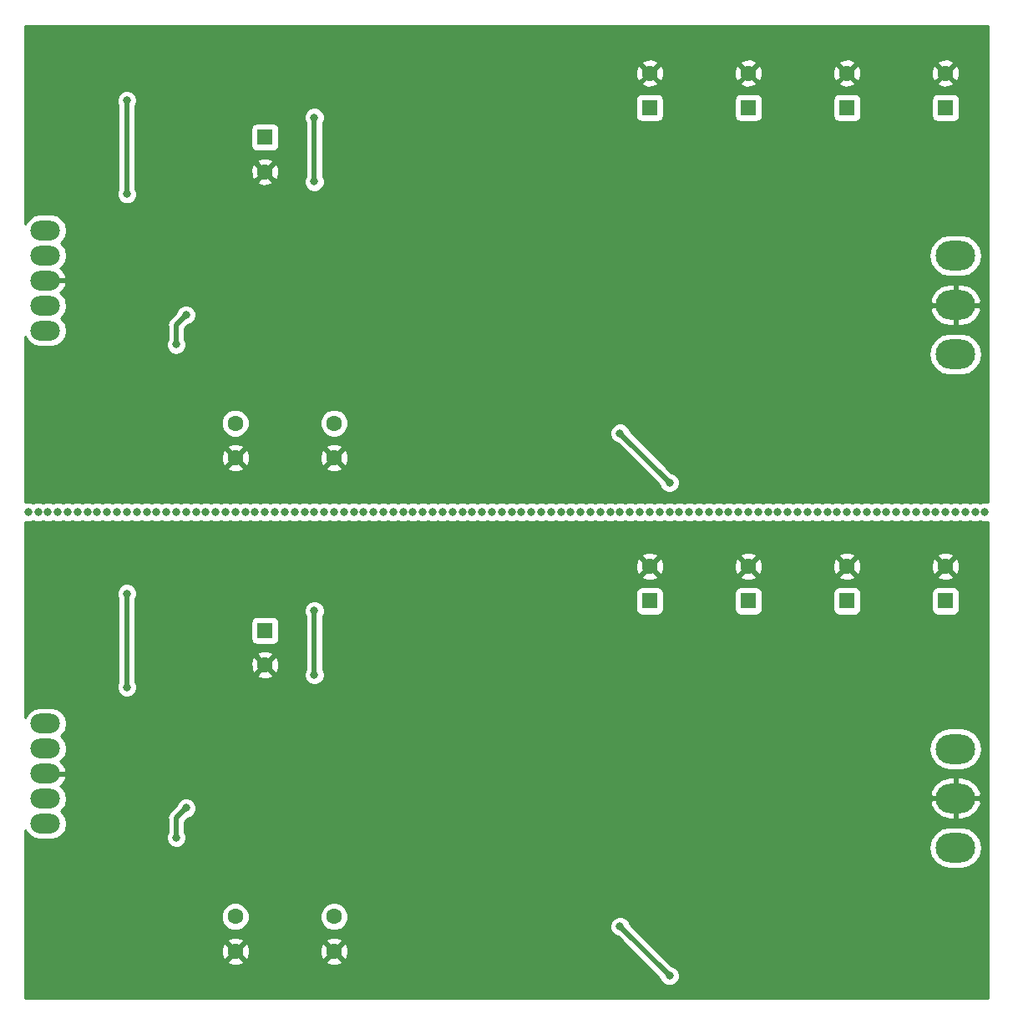
<source format=gbr>
G04 #@! TF.GenerationSoftware,KiCad,Pcbnew,5.0.2+dfsg1-1~bpo9+1*
G04 #@! TF.CreationDate,2020-01-01T01:09:12-05:00*
G04 #@! TF.ProjectId,UCCTest,55434354-6573-4742-9e6b-696361645f70,rev?*
G04 #@! TF.SameCoordinates,Original*
G04 #@! TF.FileFunction,Copper,L2,Bot*
G04 #@! TF.FilePolarity,Positive*
%FSLAX46Y46*%
G04 Gerber Fmt 4.6, Leading zero omitted, Abs format (unit mm)*
G04 Created by KiCad (PCBNEW 5.0.2+dfsg1-1~bpo9+1) date Wed 01 Jan 2020 01:09:12 AM EST*
%MOMM*%
%LPD*%
G01*
G04 APERTURE LIST*
G04 #@! TA.AperFunction,ComponentPad*
%ADD10R,1.600000X1.600000*%
G04 #@! TD*
G04 #@! TA.AperFunction,ComponentPad*
%ADD11C,1.600000*%
G04 #@! TD*
G04 #@! TA.AperFunction,ComponentPad*
%ADD12O,3.000000X2.000000*%
G04 #@! TD*
G04 #@! TA.AperFunction,ComponentPad*
%ADD13O,4.000000X3.000000*%
G04 #@! TD*
G04 #@! TA.AperFunction,ViaPad*
%ADD14C,0.800000*%
G04 #@! TD*
G04 #@! TA.AperFunction,Conductor*
%ADD15C,0.500000*%
G04 #@! TD*
G04 #@! TA.AperFunction,Conductor*
%ADD16C,0.254000*%
G04 #@! TD*
G04 APERTURE END LIST*
D10*
G04 #@! TO.P,C14,1*
G04 #@! TO.N,+24V*
X119000000Y-141000000D03*
D11*
G04 #@! TO.P,C14,2*
G04 #@! TO.N,GND*
X119000000Y-137500000D03*
G04 #@! TD*
D10*
G04 #@! TO.P,C12,1*
G04 #@! TO.N,+24V*
X89000000Y-141000000D03*
D11*
G04 #@! TO.P,C12,2*
G04 #@! TO.N,GND*
X89000000Y-137500000D03*
G04 #@! TD*
G04 #@! TO.P,C13,2*
G04 #@! TO.N,GND*
X109000000Y-137500000D03*
D10*
G04 #@! TO.P,C13,1*
G04 #@! TO.N,+24V*
X109000000Y-141000000D03*
G04 #@! TD*
D11*
G04 #@! TO.P,C1,2*
G04 #@! TO.N,GND*
X50000000Y-147500000D03*
D10*
G04 #@! TO.P,C1,1*
G04 #@! TO.N,+12V*
X50000000Y-144000000D03*
G04 #@! TD*
D11*
G04 #@! TO.P,C11,2*
G04 #@! TO.N,GND*
X99000000Y-137500000D03*
D10*
G04 #@! TO.P,C11,1*
G04 #@! TO.N,+24V*
X99000000Y-141000000D03*
G04 #@! TD*
D12*
G04 #@! TO.P,J1,5*
G04 #@! TO.N,+24V*
X27750000Y-153420000D03*
G04 #@! TO.P,J1,4*
G04 #@! TO.N,+12V*
X27750000Y-155960000D03*
G04 #@! TO.P,J1,3*
G04 #@! TO.N,GND*
X27750000Y-158500000D03*
G04 #@! TO.P,J1,2*
G04 #@! TO.N,Net-(J1-Pad2)*
X27750000Y-161040000D03*
G04 #@! TO.P,J1,1*
G04 #@! TO.N,Net-(J1-Pad1)*
X27750000Y-163580000D03*
G04 #@! TD*
D11*
G04 #@! TO.P,C5,2*
G04 #@! TO.N,GND*
X47000000Y-176500000D03*
G04 #@! TO.P,C5,1*
G04 #@! TO.N,Net-(C4-Pad1)*
X47000000Y-173000000D03*
G04 #@! TD*
D13*
G04 #@! TO.P,J2,3*
G04 #@! TO.N,N/C*
X120000000Y-156000000D03*
G04 #@! TO.P,J2,2*
G04 #@! TO.N,GND*
X120000000Y-161000000D03*
G04 #@! TO.P,J2,1*
G04 #@! TO.N,Net-(C10-Pad1)*
X120000000Y-166000000D03*
G04 #@! TD*
D11*
G04 #@! TO.P,C4,1*
G04 #@! TO.N,Net-(C4-Pad1)*
X57000000Y-173000000D03*
G04 #@! TO.P,C4,2*
G04 #@! TO.N,GND*
X57000000Y-176500000D03*
G04 #@! TD*
D13*
G04 #@! TO.P,J2,1*
G04 #@! TO.N,Net-(C10-Pad1)*
X120000000Y-116000000D03*
G04 #@! TO.P,J2,2*
G04 #@! TO.N,GND*
X120000000Y-111000000D03*
G04 #@! TO.P,J2,3*
G04 #@! TO.N,N/C*
X120000000Y-106000000D03*
G04 #@! TD*
D10*
G04 #@! TO.P,C1,1*
G04 #@! TO.N,+12V*
X50000000Y-94000000D03*
D11*
G04 #@! TO.P,C1,2*
G04 #@! TO.N,GND*
X50000000Y-97500000D03*
G04 #@! TD*
G04 #@! TO.P,C4,2*
G04 #@! TO.N,GND*
X57000000Y-126500000D03*
G04 #@! TO.P,C4,1*
G04 #@! TO.N,Net-(C4-Pad1)*
X57000000Y-123000000D03*
G04 #@! TD*
G04 #@! TO.P,C5,1*
G04 #@! TO.N,Net-(C4-Pad1)*
X47000000Y-123000000D03*
G04 #@! TO.P,C5,2*
G04 #@! TO.N,GND*
X47000000Y-126500000D03*
G04 #@! TD*
D10*
G04 #@! TO.P,C11,1*
G04 #@! TO.N,+24V*
X99000000Y-91000000D03*
D11*
G04 #@! TO.P,C11,2*
G04 #@! TO.N,GND*
X99000000Y-87500000D03*
G04 #@! TD*
G04 #@! TO.P,C12,2*
G04 #@! TO.N,GND*
X89000000Y-87500000D03*
D10*
G04 #@! TO.P,C12,1*
G04 #@! TO.N,+24V*
X89000000Y-91000000D03*
G04 #@! TD*
G04 #@! TO.P,C13,1*
G04 #@! TO.N,+24V*
X109000000Y-91000000D03*
D11*
G04 #@! TO.P,C13,2*
G04 #@! TO.N,GND*
X109000000Y-87500000D03*
G04 #@! TD*
G04 #@! TO.P,C14,2*
G04 #@! TO.N,GND*
X119000000Y-87500000D03*
D10*
G04 #@! TO.P,C14,1*
G04 #@! TO.N,+24V*
X119000000Y-91000000D03*
G04 #@! TD*
D12*
G04 #@! TO.P,J1,1*
G04 #@! TO.N,Net-(J1-Pad1)*
X27750000Y-113580000D03*
G04 #@! TO.P,J1,2*
G04 #@! TO.N,Net-(J1-Pad2)*
X27750000Y-111040000D03*
G04 #@! TO.P,J1,3*
G04 #@! TO.N,GND*
X27750000Y-108500000D03*
G04 #@! TO.P,J1,4*
G04 #@! TO.N,+12V*
X27750000Y-105960000D03*
G04 #@! TO.P,J1,5*
G04 #@! TO.N,+24V*
X27750000Y-103420000D03*
G04 #@! TD*
D14*
G04 #@! TO.N,*
X27000000Y-132000000D03*
X28000000Y-132000000D03*
X29000000Y-132000000D03*
X30000000Y-132000000D03*
X31000000Y-132000000D03*
X32000000Y-132000000D03*
X33000000Y-132000000D03*
X34000000Y-132000000D03*
X35000000Y-132000000D03*
X26000000Y-132000000D03*
X36000000Y-132000000D03*
X37000000Y-132000000D03*
X38000000Y-132000000D03*
X39000000Y-132000000D03*
X40000000Y-132000000D03*
X41000000Y-132000000D03*
X42000000Y-132000000D03*
X43000000Y-132000000D03*
X44000000Y-132000000D03*
X45000000Y-132000000D03*
X46000000Y-132000000D03*
X47000000Y-132000000D03*
X48000000Y-132000000D03*
X49000000Y-132000000D03*
X50000000Y-132000000D03*
X51000000Y-132000000D03*
X52000000Y-132000000D03*
X53000000Y-132000000D03*
X54000000Y-132000000D03*
X55000000Y-132000000D03*
X56000000Y-132000000D03*
X57000000Y-132000000D03*
X58000000Y-132000000D03*
X59000000Y-132000000D03*
X60000000Y-132000000D03*
X61000000Y-132000000D03*
X62000000Y-132000000D03*
X63000000Y-132000000D03*
X64000000Y-132000000D03*
X65000000Y-132000000D03*
X66000000Y-132000000D03*
X67000000Y-132000000D03*
X68000000Y-132000000D03*
X69000000Y-132000000D03*
X70000000Y-132000000D03*
X71000000Y-132000000D03*
X72000000Y-132000000D03*
X73000000Y-132000000D03*
X74000000Y-132000000D03*
X75000000Y-132000000D03*
X76000000Y-132000000D03*
X77000000Y-132000000D03*
X78000000Y-132000000D03*
X79000000Y-132000000D03*
X79000000Y-132000000D03*
X79000000Y-132000000D03*
X80000000Y-132000000D03*
X81000000Y-132000000D03*
X82000000Y-132000000D03*
X83000000Y-132000000D03*
X84000000Y-132000000D03*
X85000000Y-132000000D03*
X86000000Y-132000000D03*
X87000000Y-132000000D03*
X88000000Y-132000000D03*
X89000000Y-132000000D03*
X90000000Y-132000000D03*
X91000000Y-132000000D03*
X92000000Y-132000000D03*
X93000000Y-132000000D03*
X94000000Y-132000000D03*
X95000000Y-132000000D03*
X96000000Y-132000000D03*
X97000000Y-132000000D03*
X98000000Y-132000000D03*
X99000000Y-132000000D03*
X100000000Y-132000000D03*
X101000000Y-132000000D03*
X102000000Y-132000000D03*
X103000000Y-132000000D03*
X104000000Y-132000000D03*
X105000000Y-132000000D03*
X106000000Y-132000000D03*
X107000000Y-132000000D03*
X108000000Y-132000000D03*
X109000000Y-132000000D03*
X110000000Y-132000000D03*
X111000000Y-132000000D03*
X112000000Y-132000000D03*
X113000000Y-132000000D03*
X114000000Y-132000000D03*
X115000000Y-132000000D03*
X116000000Y-132000000D03*
X117000000Y-132000000D03*
X118000000Y-132000000D03*
X119000000Y-132000000D03*
X120000000Y-132000000D03*
X121000000Y-132000000D03*
X122000000Y-132000000D03*
X123000000Y-132000000D03*
G04 #@! TO.N,+12V*
X36000000Y-99750000D03*
X36000000Y-90250000D03*
X36000000Y-149750000D03*
X36000000Y-140250000D03*
G04 #@! TO.N,GND*
X44000000Y-110000000D03*
X44000000Y-107000000D03*
X53500000Y-116500000D03*
X53500000Y-117500000D03*
X54500000Y-117500000D03*
X54500000Y-116500000D03*
X55500000Y-116500000D03*
X55500000Y-117500000D03*
X56500000Y-117500000D03*
X56500000Y-116500000D03*
X68000000Y-91000000D03*
X115500000Y-123000000D03*
X68000000Y-141000000D03*
X115500000Y-173000000D03*
X44000000Y-157000000D03*
X53500000Y-166500000D03*
X53500000Y-167500000D03*
X54500000Y-167500000D03*
X54500000Y-166500000D03*
X55500000Y-166500000D03*
X55500000Y-167500000D03*
X56500000Y-167500000D03*
X56500000Y-166500000D03*
X44000000Y-160000000D03*
G04 #@! TO.N,Net-(C2-Pad1)*
X41000000Y-115000000D03*
X42000000Y-112000000D03*
X41000000Y-165000000D03*
X42000000Y-162000000D03*
G04 #@! TO.N,Net-(C4-Pad1)*
X55000000Y-92000000D03*
X55000000Y-98500000D03*
X55000000Y-148500000D03*
X55000000Y-142000000D03*
G04 #@! TO.N,Net-(D3-Pad2)*
X86000000Y-124000000D03*
X91000000Y-129000000D03*
X91000000Y-179000000D03*
X86000000Y-174000000D03*
G04 #@! TD*
D15*
G04 #@! TO.N,+12V*
X36000000Y-99750000D02*
X36000000Y-90250000D01*
X36000000Y-149750000D02*
X36000000Y-140250000D01*
G04 #@! TO.N,Net-(C2-Pad1)*
X41000000Y-113000000D02*
X42000000Y-112000000D01*
X41000000Y-115000000D02*
X41000000Y-113000000D01*
X41000000Y-165000000D02*
X41000000Y-163000000D01*
X41000000Y-163000000D02*
X42000000Y-162000000D01*
G04 #@! TO.N,Net-(C4-Pad1)*
X55000000Y-92000000D02*
X55000000Y-98500000D01*
X55000000Y-142000000D02*
X55000000Y-148500000D01*
G04 #@! TO.N,Net-(D3-Pad2)*
X86000000Y-124000000D02*
X91000000Y-129000000D01*
X86000000Y-174000000D02*
X91000000Y-179000000D01*
G04 #@! TD*
D16*
G04 #@! TO.N,GND*
G36*
X123290001Y-130999846D02*
X123205874Y-130965000D01*
X122794126Y-130965000D01*
X122500000Y-131086831D01*
X122205874Y-130965000D01*
X121794126Y-130965000D01*
X121500000Y-131086831D01*
X121205874Y-130965000D01*
X120794126Y-130965000D01*
X120500000Y-131086831D01*
X120205874Y-130965000D01*
X119794126Y-130965000D01*
X119500000Y-131086831D01*
X119205874Y-130965000D01*
X118794126Y-130965000D01*
X118500000Y-131086831D01*
X118205874Y-130965000D01*
X117794126Y-130965000D01*
X117500000Y-131086831D01*
X117205874Y-130965000D01*
X116794126Y-130965000D01*
X116500000Y-131086831D01*
X116205874Y-130965000D01*
X115794126Y-130965000D01*
X115500000Y-131086831D01*
X115205874Y-130965000D01*
X114794126Y-130965000D01*
X114500000Y-131086831D01*
X114205874Y-130965000D01*
X113794126Y-130965000D01*
X113500000Y-131086831D01*
X113205874Y-130965000D01*
X112794126Y-130965000D01*
X112500000Y-131086831D01*
X112205874Y-130965000D01*
X111794126Y-130965000D01*
X111500000Y-131086831D01*
X111205874Y-130965000D01*
X110794126Y-130965000D01*
X110500000Y-131086831D01*
X110205874Y-130965000D01*
X109794126Y-130965000D01*
X109500000Y-131086831D01*
X109205874Y-130965000D01*
X108794126Y-130965000D01*
X108500000Y-131086831D01*
X108205874Y-130965000D01*
X107794126Y-130965000D01*
X107500000Y-131086831D01*
X107205874Y-130965000D01*
X106794126Y-130965000D01*
X106500000Y-131086831D01*
X106205874Y-130965000D01*
X105794126Y-130965000D01*
X105500000Y-131086831D01*
X105205874Y-130965000D01*
X104794126Y-130965000D01*
X104500000Y-131086831D01*
X104205874Y-130965000D01*
X103794126Y-130965000D01*
X103500000Y-131086831D01*
X103205874Y-130965000D01*
X102794126Y-130965000D01*
X102500000Y-131086831D01*
X102205874Y-130965000D01*
X101794126Y-130965000D01*
X101500000Y-131086831D01*
X101205874Y-130965000D01*
X100794126Y-130965000D01*
X100500000Y-131086831D01*
X100205874Y-130965000D01*
X99794126Y-130965000D01*
X99500000Y-131086831D01*
X99205874Y-130965000D01*
X98794126Y-130965000D01*
X98500000Y-131086831D01*
X98205874Y-130965000D01*
X97794126Y-130965000D01*
X97500000Y-131086831D01*
X97205874Y-130965000D01*
X96794126Y-130965000D01*
X96500000Y-131086831D01*
X96205874Y-130965000D01*
X95794126Y-130965000D01*
X95500000Y-131086831D01*
X95205874Y-130965000D01*
X94794126Y-130965000D01*
X94500000Y-131086831D01*
X94205874Y-130965000D01*
X93794126Y-130965000D01*
X93500000Y-131086831D01*
X93205874Y-130965000D01*
X92794126Y-130965000D01*
X92500000Y-131086831D01*
X92205874Y-130965000D01*
X91794126Y-130965000D01*
X91500000Y-131086831D01*
X91205874Y-130965000D01*
X90794126Y-130965000D01*
X90500000Y-131086831D01*
X90205874Y-130965000D01*
X89794126Y-130965000D01*
X89500000Y-131086831D01*
X89205874Y-130965000D01*
X88794126Y-130965000D01*
X88500000Y-131086831D01*
X88205874Y-130965000D01*
X87794126Y-130965000D01*
X87500000Y-131086831D01*
X87205874Y-130965000D01*
X86794126Y-130965000D01*
X86500000Y-131086831D01*
X86205874Y-130965000D01*
X85794126Y-130965000D01*
X85500000Y-131086831D01*
X85205874Y-130965000D01*
X84794126Y-130965000D01*
X84500000Y-131086831D01*
X84205874Y-130965000D01*
X83794126Y-130965000D01*
X83500000Y-131086831D01*
X83205874Y-130965000D01*
X82794126Y-130965000D01*
X82500000Y-131086831D01*
X82205874Y-130965000D01*
X81794126Y-130965000D01*
X81500000Y-131086831D01*
X81205874Y-130965000D01*
X80794126Y-130965000D01*
X80500000Y-131086831D01*
X80205874Y-130965000D01*
X79794126Y-130965000D01*
X79500000Y-131086831D01*
X79205874Y-130965000D01*
X78794126Y-130965000D01*
X78500000Y-131086831D01*
X78205874Y-130965000D01*
X77794126Y-130965000D01*
X77500000Y-131086831D01*
X77205874Y-130965000D01*
X76794126Y-130965000D01*
X76500000Y-131086831D01*
X76205874Y-130965000D01*
X75794126Y-130965000D01*
X75500000Y-131086831D01*
X75205874Y-130965000D01*
X74794126Y-130965000D01*
X74500000Y-131086831D01*
X74205874Y-130965000D01*
X73794126Y-130965000D01*
X73500000Y-131086831D01*
X73205874Y-130965000D01*
X72794126Y-130965000D01*
X72500000Y-131086831D01*
X72205874Y-130965000D01*
X71794126Y-130965000D01*
X71500000Y-131086831D01*
X71205874Y-130965000D01*
X70794126Y-130965000D01*
X70500000Y-131086831D01*
X70205874Y-130965000D01*
X69794126Y-130965000D01*
X69500000Y-131086831D01*
X69205874Y-130965000D01*
X68794126Y-130965000D01*
X68500000Y-131086831D01*
X68205874Y-130965000D01*
X67794126Y-130965000D01*
X67500000Y-131086831D01*
X67205874Y-130965000D01*
X66794126Y-130965000D01*
X66500000Y-131086831D01*
X66205874Y-130965000D01*
X65794126Y-130965000D01*
X65500000Y-131086831D01*
X65205874Y-130965000D01*
X64794126Y-130965000D01*
X64500000Y-131086831D01*
X64205874Y-130965000D01*
X63794126Y-130965000D01*
X63500000Y-131086831D01*
X63205874Y-130965000D01*
X62794126Y-130965000D01*
X62500000Y-131086831D01*
X62205874Y-130965000D01*
X61794126Y-130965000D01*
X61500000Y-131086831D01*
X61205874Y-130965000D01*
X60794126Y-130965000D01*
X60500000Y-131086831D01*
X60205874Y-130965000D01*
X59794126Y-130965000D01*
X59500000Y-131086831D01*
X59205874Y-130965000D01*
X58794126Y-130965000D01*
X58500000Y-131086831D01*
X58205874Y-130965000D01*
X57794126Y-130965000D01*
X57500000Y-131086831D01*
X57205874Y-130965000D01*
X56794126Y-130965000D01*
X56500000Y-131086831D01*
X56205874Y-130965000D01*
X55794126Y-130965000D01*
X55500000Y-131086831D01*
X55205874Y-130965000D01*
X54794126Y-130965000D01*
X54500000Y-131086831D01*
X54205874Y-130965000D01*
X53794126Y-130965000D01*
X53500000Y-131086831D01*
X53205874Y-130965000D01*
X52794126Y-130965000D01*
X52500000Y-131086831D01*
X52205874Y-130965000D01*
X51794126Y-130965000D01*
X51500000Y-131086831D01*
X51205874Y-130965000D01*
X50794126Y-130965000D01*
X50500000Y-131086831D01*
X50205874Y-130965000D01*
X49794126Y-130965000D01*
X49500000Y-131086831D01*
X49205874Y-130965000D01*
X48794126Y-130965000D01*
X48500000Y-131086831D01*
X48205874Y-130965000D01*
X47794126Y-130965000D01*
X47500000Y-131086831D01*
X47205874Y-130965000D01*
X46794126Y-130965000D01*
X46500000Y-131086831D01*
X46205874Y-130965000D01*
X45794126Y-130965000D01*
X45500000Y-131086831D01*
X45205874Y-130965000D01*
X44794126Y-130965000D01*
X44500000Y-131086831D01*
X44205874Y-130965000D01*
X43794126Y-130965000D01*
X43500000Y-131086831D01*
X43205874Y-130965000D01*
X42794126Y-130965000D01*
X42500000Y-131086831D01*
X42205874Y-130965000D01*
X41794126Y-130965000D01*
X41500000Y-131086831D01*
X41205874Y-130965000D01*
X40794126Y-130965000D01*
X40500000Y-131086831D01*
X40205874Y-130965000D01*
X39794126Y-130965000D01*
X39500000Y-131086831D01*
X39205874Y-130965000D01*
X38794126Y-130965000D01*
X38500000Y-131086831D01*
X38205874Y-130965000D01*
X37794126Y-130965000D01*
X37500000Y-131086831D01*
X37205874Y-130965000D01*
X36794126Y-130965000D01*
X36500000Y-131086831D01*
X36205874Y-130965000D01*
X35794126Y-130965000D01*
X35500000Y-131086831D01*
X35205874Y-130965000D01*
X34794126Y-130965000D01*
X34500000Y-131086831D01*
X34205874Y-130965000D01*
X33794126Y-130965000D01*
X33500000Y-131086831D01*
X33205874Y-130965000D01*
X32794126Y-130965000D01*
X32500000Y-131086831D01*
X32205874Y-130965000D01*
X31794126Y-130965000D01*
X31500000Y-131086831D01*
X31205874Y-130965000D01*
X30794126Y-130965000D01*
X30500000Y-131086831D01*
X30205874Y-130965000D01*
X29794126Y-130965000D01*
X29500000Y-131086831D01*
X29205874Y-130965000D01*
X28794126Y-130965000D01*
X28500000Y-131086831D01*
X28205874Y-130965000D01*
X27794126Y-130965000D01*
X27500000Y-131086831D01*
X27205874Y-130965000D01*
X26794126Y-130965000D01*
X26500000Y-131086831D01*
X26205874Y-130965000D01*
X25794126Y-130965000D01*
X25710000Y-130999846D01*
X25710000Y-127507745D01*
X46171861Y-127507745D01*
X46245995Y-127753864D01*
X46783223Y-127946965D01*
X47353454Y-127919778D01*
X47754005Y-127753864D01*
X47828139Y-127507745D01*
X56171861Y-127507745D01*
X56245995Y-127753864D01*
X56783223Y-127946965D01*
X57353454Y-127919778D01*
X57754005Y-127753864D01*
X57828139Y-127507745D01*
X57000000Y-126679605D01*
X56171861Y-127507745D01*
X47828139Y-127507745D01*
X47000000Y-126679605D01*
X46171861Y-127507745D01*
X25710000Y-127507745D01*
X25710000Y-126283223D01*
X45553035Y-126283223D01*
X45580222Y-126853454D01*
X45746136Y-127254005D01*
X45992255Y-127328139D01*
X46820395Y-126500000D01*
X47179605Y-126500000D01*
X48007745Y-127328139D01*
X48253864Y-127254005D01*
X48446965Y-126716777D01*
X48426295Y-126283223D01*
X55553035Y-126283223D01*
X55580222Y-126853454D01*
X55746136Y-127254005D01*
X55992255Y-127328139D01*
X56820395Y-126500000D01*
X57179605Y-126500000D01*
X58007745Y-127328139D01*
X58253864Y-127254005D01*
X58446965Y-126716777D01*
X58419778Y-126146546D01*
X58253864Y-125745995D01*
X58007745Y-125671861D01*
X57179605Y-126500000D01*
X56820395Y-126500000D01*
X55992255Y-125671861D01*
X55746136Y-125745995D01*
X55553035Y-126283223D01*
X48426295Y-126283223D01*
X48419778Y-126146546D01*
X48253864Y-125745995D01*
X48007745Y-125671861D01*
X47179605Y-126500000D01*
X46820395Y-126500000D01*
X45992255Y-125671861D01*
X45746136Y-125745995D01*
X45553035Y-126283223D01*
X25710000Y-126283223D01*
X25710000Y-125492255D01*
X46171861Y-125492255D01*
X47000000Y-126320395D01*
X47828139Y-125492255D01*
X56171861Y-125492255D01*
X57000000Y-126320395D01*
X57828139Y-125492255D01*
X57754005Y-125246136D01*
X57216777Y-125053035D01*
X56646546Y-125080222D01*
X56245995Y-125246136D01*
X56171861Y-125492255D01*
X47828139Y-125492255D01*
X47754005Y-125246136D01*
X47216777Y-125053035D01*
X46646546Y-125080222D01*
X46245995Y-125246136D01*
X46171861Y-125492255D01*
X25710000Y-125492255D01*
X25710000Y-122714561D01*
X45565000Y-122714561D01*
X45565000Y-123285439D01*
X45783466Y-123812862D01*
X46187138Y-124216534D01*
X46714561Y-124435000D01*
X47285439Y-124435000D01*
X47812862Y-124216534D01*
X48216534Y-123812862D01*
X48435000Y-123285439D01*
X48435000Y-122714561D01*
X55565000Y-122714561D01*
X55565000Y-123285439D01*
X55783466Y-123812862D01*
X56187138Y-124216534D01*
X56714561Y-124435000D01*
X57285439Y-124435000D01*
X57812862Y-124216534D01*
X58216534Y-123812862D01*
X58224294Y-123794126D01*
X84965000Y-123794126D01*
X84965000Y-124205874D01*
X85122569Y-124586280D01*
X85413720Y-124877431D01*
X85775853Y-125027431D01*
X89972569Y-129224148D01*
X90122569Y-129586280D01*
X90413720Y-129877431D01*
X90794126Y-130035000D01*
X91205874Y-130035000D01*
X91586280Y-129877431D01*
X91877431Y-129586280D01*
X92035000Y-129205874D01*
X92035000Y-128794126D01*
X91877431Y-128413720D01*
X91586280Y-128122569D01*
X91224148Y-127972569D01*
X87027431Y-123775853D01*
X86877431Y-123413720D01*
X86586280Y-123122569D01*
X86205874Y-122965000D01*
X85794126Y-122965000D01*
X85413720Y-123122569D01*
X85122569Y-123413720D01*
X84965000Y-123794126D01*
X58224294Y-123794126D01*
X58435000Y-123285439D01*
X58435000Y-122714561D01*
X58216534Y-122187138D01*
X57812862Y-121783466D01*
X57285439Y-121565000D01*
X56714561Y-121565000D01*
X56187138Y-121783466D01*
X55783466Y-122187138D01*
X55565000Y-122714561D01*
X48435000Y-122714561D01*
X48216534Y-122187138D01*
X47812862Y-121783466D01*
X47285439Y-121565000D01*
X46714561Y-121565000D01*
X46187138Y-121783466D01*
X45783466Y-122187138D01*
X45565000Y-122714561D01*
X25710000Y-122714561D01*
X25710000Y-114218149D01*
X26071231Y-114758769D01*
X26612055Y-115120136D01*
X27088969Y-115215000D01*
X28411031Y-115215000D01*
X28887945Y-115120136D01*
X29375853Y-114794126D01*
X39965000Y-114794126D01*
X39965000Y-115205874D01*
X40122569Y-115586280D01*
X40413720Y-115877431D01*
X40794126Y-116035000D01*
X41205874Y-116035000D01*
X41290371Y-116000000D01*
X117323173Y-116000000D01*
X117488874Y-116833036D01*
X117960751Y-117539249D01*
X118666964Y-118011126D01*
X119289721Y-118135000D01*
X120710279Y-118135000D01*
X121333036Y-118011126D01*
X122039249Y-117539249D01*
X122511126Y-116833036D01*
X122676827Y-116000000D01*
X122511126Y-115166964D01*
X122039249Y-114460751D01*
X121333036Y-113988874D01*
X120710279Y-113865000D01*
X119289721Y-113865000D01*
X118666964Y-113988874D01*
X117960751Y-114460751D01*
X117488874Y-115166964D01*
X117323173Y-116000000D01*
X41290371Y-116000000D01*
X41586280Y-115877431D01*
X41877431Y-115586280D01*
X42035000Y-115205874D01*
X42035000Y-114794126D01*
X41885000Y-114431993D01*
X41885000Y-113366578D01*
X42224148Y-113027431D01*
X42586280Y-112877431D01*
X42877431Y-112586280D01*
X43035000Y-112205874D01*
X43035000Y-111794126D01*
X42896118Y-111458833D01*
X117414887Y-111458833D01*
X117478916Y-111699696D01*
X117900524Y-112419870D01*
X118565638Y-112923882D01*
X119373000Y-113135000D01*
X119873000Y-113135000D01*
X119873000Y-111127000D01*
X120127000Y-111127000D01*
X120127000Y-113135000D01*
X120627000Y-113135000D01*
X121434362Y-112923882D01*
X122099476Y-112419870D01*
X122521084Y-111699696D01*
X122585113Y-111458833D01*
X122472165Y-111127000D01*
X120127000Y-111127000D01*
X119873000Y-111127000D01*
X117527835Y-111127000D01*
X117414887Y-111458833D01*
X42896118Y-111458833D01*
X42877431Y-111413720D01*
X42586280Y-111122569D01*
X42205874Y-110965000D01*
X41794126Y-110965000D01*
X41413720Y-111122569D01*
X41122569Y-111413720D01*
X40972569Y-111775852D01*
X40435845Y-112312577D01*
X40361952Y-112361951D01*
X40312578Y-112435844D01*
X40312576Y-112435846D01*
X40166348Y-112654691D01*
X40097663Y-113000000D01*
X40115001Y-113087165D01*
X40115000Y-114431992D01*
X39965000Y-114794126D01*
X29375853Y-114794126D01*
X29428769Y-114758769D01*
X29790136Y-114217945D01*
X29917031Y-113580000D01*
X29790136Y-112942055D01*
X29428769Y-112401231D01*
X29292232Y-112310000D01*
X29428769Y-112218769D01*
X29790136Y-111677945D01*
X29917031Y-111040000D01*
X29817808Y-110541167D01*
X117414887Y-110541167D01*
X117527835Y-110873000D01*
X119873000Y-110873000D01*
X119873000Y-108865000D01*
X120127000Y-108865000D01*
X120127000Y-110873000D01*
X122472165Y-110873000D01*
X122585113Y-110541167D01*
X122521084Y-110300304D01*
X122099476Y-109580130D01*
X121434362Y-109076118D01*
X120627000Y-108865000D01*
X120127000Y-108865000D01*
X119873000Y-108865000D01*
X119373000Y-108865000D01*
X118565638Y-109076118D01*
X117900524Y-109580130D01*
X117478916Y-110300304D01*
X117414887Y-110541167D01*
X29817808Y-110541167D01*
X29790136Y-110402055D01*
X29428769Y-109861231D01*
X29262371Y-109750048D01*
X29495922Y-109566317D01*
X29809144Y-109008355D01*
X29840124Y-108880434D01*
X29720777Y-108627000D01*
X27877000Y-108627000D01*
X27877000Y-108647000D01*
X27623000Y-108647000D01*
X27623000Y-108627000D01*
X27603000Y-108627000D01*
X27603000Y-108373000D01*
X27623000Y-108373000D01*
X27623000Y-108353000D01*
X27877000Y-108353000D01*
X27877000Y-108373000D01*
X29720777Y-108373000D01*
X29840124Y-108119566D01*
X29809144Y-107991645D01*
X29495922Y-107433683D01*
X29262371Y-107249952D01*
X29428769Y-107138769D01*
X29790136Y-106597945D01*
X29909074Y-106000000D01*
X117323173Y-106000000D01*
X117488874Y-106833036D01*
X117960751Y-107539249D01*
X118666964Y-108011126D01*
X119289721Y-108135000D01*
X120710279Y-108135000D01*
X121333036Y-108011126D01*
X122039249Y-107539249D01*
X122511126Y-106833036D01*
X122676827Y-106000000D01*
X122511126Y-105166964D01*
X122039249Y-104460751D01*
X121333036Y-103988874D01*
X120710279Y-103865000D01*
X119289721Y-103865000D01*
X118666964Y-103988874D01*
X117960751Y-104460751D01*
X117488874Y-105166964D01*
X117323173Y-106000000D01*
X29909074Y-106000000D01*
X29917031Y-105960000D01*
X29790136Y-105322055D01*
X29428769Y-104781231D01*
X29292232Y-104690000D01*
X29428769Y-104598769D01*
X29790136Y-104057945D01*
X29917031Y-103420000D01*
X29790136Y-102782055D01*
X29428769Y-102241231D01*
X28887945Y-101879864D01*
X28411031Y-101785000D01*
X27088969Y-101785000D01*
X26612055Y-101879864D01*
X26071231Y-102241231D01*
X25710000Y-102781851D01*
X25710000Y-90044126D01*
X34965000Y-90044126D01*
X34965000Y-90455874D01*
X35115001Y-90818009D01*
X35115000Y-99181993D01*
X34965000Y-99544126D01*
X34965000Y-99955874D01*
X35122569Y-100336280D01*
X35413720Y-100627431D01*
X35794126Y-100785000D01*
X36205874Y-100785000D01*
X36586280Y-100627431D01*
X36877431Y-100336280D01*
X37035000Y-99955874D01*
X37035000Y-99544126D01*
X36885000Y-99181993D01*
X36885000Y-98507745D01*
X49171861Y-98507745D01*
X49245995Y-98753864D01*
X49783223Y-98946965D01*
X50353454Y-98919778D01*
X50754005Y-98753864D01*
X50828139Y-98507745D01*
X50000000Y-97679605D01*
X49171861Y-98507745D01*
X36885000Y-98507745D01*
X36885000Y-97283223D01*
X48553035Y-97283223D01*
X48580222Y-97853454D01*
X48746136Y-98254005D01*
X48992255Y-98328139D01*
X49820395Y-97500000D01*
X50179605Y-97500000D01*
X51007745Y-98328139D01*
X51253864Y-98254005D01*
X51446965Y-97716777D01*
X51419778Y-97146546D01*
X51253864Y-96745995D01*
X51007745Y-96671861D01*
X50179605Y-97500000D01*
X49820395Y-97500000D01*
X48992255Y-96671861D01*
X48746136Y-96745995D01*
X48553035Y-97283223D01*
X36885000Y-97283223D01*
X36885000Y-96492255D01*
X49171861Y-96492255D01*
X50000000Y-97320395D01*
X50828139Y-96492255D01*
X50754005Y-96246136D01*
X50216777Y-96053035D01*
X49646546Y-96080222D01*
X49245995Y-96246136D01*
X49171861Y-96492255D01*
X36885000Y-96492255D01*
X36885000Y-93200000D01*
X48552560Y-93200000D01*
X48552560Y-94800000D01*
X48601843Y-95047765D01*
X48742191Y-95257809D01*
X48952235Y-95398157D01*
X49200000Y-95447440D01*
X50800000Y-95447440D01*
X51047765Y-95398157D01*
X51257809Y-95257809D01*
X51398157Y-95047765D01*
X51447440Y-94800000D01*
X51447440Y-93200000D01*
X51398157Y-92952235D01*
X51257809Y-92742191D01*
X51047765Y-92601843D01*
X50800000Y-92552560D01*
X49200000Y-92552560D01*
X48952235Y-92601843D01*
X48742191Y-92742191D01*
X48601843Y-92952235D01*
X48552560Y-93200000D01*
X36885000Y-93200000D01*
X36885000Y-91794126D01*
X53965000Y-91794126D01*
X53965000Y-92205874D01*
X54115000Y-92568007D01*
X54115001Y-97931991D01*
X53965000Y-98294126D01*
X53965000Y-98705874D01*
X54122569Y-99086280D01*
X54413720Y-99377431D01*
X54794126Y-99535000D01*
X55205874Y-99535000D01*
X55586280Y-99377431D01*
X55877431Y-99086280D01*
X56035000Y-98705874D01*
X56035000Y-98294126D01*
X55885000Y-97931993D01*
X55885000Y-92568007D01*
X56035000Y-92205874D01*
X56035000Y-91794126D01*
X55877431Y-91413720D01*
X55586280Y-91122569D01*
X55205874Y-90965000D01*
X54794126Y-90965000D01*
X54413720Y-91122569D01*
X54122569Y-91413720D01*
X53965000Y-91794126D01*
X36885000Y-91794126D01*
X36885000Y-90818007D01*
X37035000Y-90455874D01*
X37035000Y-90200000D01*
X87552560Y-90200000D01*
X87552560Y-91800000D01*
X87601843Y-92047765D01*
X87742191Y-92257809D01*
X87952235Y-92398157D01*
X88200000Y-92447440D01*
X89800000Y-92447440D01*
X90047765Y-92398157D01*
X90257809Y-92257809D01*
X90398157Y-92047765D01*
X90447440Y-91800000D01*
X90447440Y-90200000D01*
X97552560Y-90200000D01*
X97552560Y-91800000D01*
X97601843Y-92047765D01*
X97742191Y-92257809D01*
X97952235Y-92398157D01*
X98200000Y-92447440D01*
X99800000Y-92447440D01*
X100047765Y-92398157D01*
X100257809Y-92257809D01*
X100398157Y-92047765D01*
X100447440Y-91800000D01*
X100447440Y-90200000D01*
X107552560Y-90200000D01*
X107552560Y-91800000D01*
X107601843Y-92047765D01*
X107742191Y-92257809D01*
X107952235Y-92398157D01*
X108200000Y-92447440D01*
X109800000Y-92447440D01*
X110047765Y-92398157D01*
X110257809Y-92257809D01*
X110398157Y-92047765D01*
X110447440Y-91800000D01*
X110447440Y-90200000D01*
X117552560Y-90200000D01*
X117552560Y-91800000D01*
X117601843Y-92047765D01*
X117742191Y-92257809D01*
X117952235Y-92398157D01*
X118200000Y-92447440D01*
X119800000Y-92447440D01*
X120047765Y-92398157D01*
X120257809Y-92257809D01*
X120398157Y-92047765D01*
X120447440Y-91800000D01*
X120447440Y-90200000D01*
X120398157Y-89952235D01*
X120257809Y-89742191D01*
X120047765Y-89601843D01*
X119800000Y-89552560D01*
X118200000Y-89552560D01*
X117952235Y-89601843D01*
X117742191Y-89742191D01*
X117601843Y-89952235D01*
X117552560Y-90200000D01*
X110447440Y-90200000D01*
X110398157Y-89952235D01*
X110257809Y-89742191D01*
X110047765Y-89601843D01*
X109800000Y-89552560D01*
X108200000Y-89552560D01*
X107952235Y-89601843D01*
X107742191Y-89742191D01*
X107601843Y-89952235D01*
X107552560Y-90200000D01*
X100447440Y-90200000D01*
X100398157Y-89952235D01*
X100257809Y-89742191D01*
X100047765Y-89601843D01*
X99800000Y-89552560D01*
X98200000Y-89552560D01*
X97952235Y-89601843D01*
X97742191Y-89742191D01*
X97601843Y-89952235D01*
X97552560Y-90200000D01*
X90447440Y-90200000D01*
X90398157Y-89952235D01*
X90257809Y-89742191D01*
X90047765Y-89601843D01*
X89800000Y-89552560D01*
X88200000Y-89552560D01*
X87952235Y-89601843D01*
X87742191Y-89742191D01*
X87601843Y-89952235D01*
X87552560Y-90200000D01*
X37035000Y-90200000D01*
X37035000Y-90044126D01*
X36877431Y-89663720D01*
X36586280Y-89372569D01*
X36205874Y-89215000D01*
X35794126Y-89215000D01*
X35413720Y-89372569D01*
X35122569Y-89663720D01*
X34965000Y-90044126D01*
X25710000Y-90044126D01*
X25710000Y-88507745D01*
X88171861Y-88507745D01*
X88245995Y-88753864D01*
X88783223Y-88946965D01*
X89353454Y-88919778D01*
X89754005Y-88753864D01*
X89828139Y-88507745D01*
X98171861Y-88507745D01*
X98245995Y-88753864D01*
X98783223Y-88946965D01*
X99353454Y-88919778D01*
X99754005Y-88753864D01*
X99828139Y-88507745D01*
X108171861Y-88507745D01*
X108245995Y-88753864D01*
X108783223Y-88946965D01*
X109353454Y-88919778D01*
X109754005Y-88753864D01*
X109828139Y-88507745D01*
X118171861Y-88507745D01*
X118245995Y-88753864D01*
X118783223Y-88946965D01*
X119353454Y-88919778D01*
X119754005Y-88753864D01*
X119828139Y-88507745D01*
X119000000Y-87679605D01*
X118171861Y-88507745D01*
X109828139Y-88507745D01*
X109000000Y-87679605D01*
X108171861Y-88507745D01*
X99828139Y-88507745D01*
X99000000Y-87679605D01*
X98171861Y-88507745D01*
X89828139Y-88507745D01*
X89000000Y-87679605D01*
X88171861Y-88507745D01*
X25710000Y-88507745D01*
X25710000Y-87283223D01*
X87553035Y-87283223D01*
X87580222Y-87853454D01*
X87746136Y-88254005D01*
X87992255Y-88328139D01*
X88820395Y-87500000D01*
X89179605Y-87500000D01*
X90007745Y-88328139D01*
X90253864Y-88254005D01*
X90446965Y-87716777D01*
X90426295Y-87283223D01*
X97553035Y-87283223D01*
X97580222Y-87853454D01*
X97746136Y-88254005D01*
X97992255Y-88328139D01*
X98820395Y-87500000D01*
X99179605Y-87500000D01*
X100007745Y-88328139D01*
X100253864Y-88254005D01*
X100446965Y-87716777D01*
X100426295Y-87283223D01*
X107553035Y-87283223D01*
X107580222Y-87853454D01*
X107746136Y-88254005D01*
X107992255Y-88328139D01*
X108820395Y-87500000D01*
X109179605Y-87500000D01*
X110007745Y-88328139D01*
X110253864Y-88254005D01*
X110446965Y-87716777D01*
X110426295Y-87283223D01*
X117553035Y-87283223D01*
X117580222Y-87853454D01*
X117746136Y-88254005D01*
X117992255Y-88328139D01*
X118820395Y-87500000D01*
X119179605Y-87500000D01*
X120007745Y-88328139D01*
X120253864Y-88254005D01*
X120446965Y-87716777D01*
X120419778Y-87146546D01*
X120253864Y-86745995D01*
X120007745Y-86671861D01*
X119179605Y-87500000D01*
X118820395Y-87500000D01*
X117992255Y-86671861D01*
X117746136Y-86745995D01*
X117553035Y-87283223D01*
X110426295Y-87283223D01*
X110419778Y-87146546D01*
X110253864Y-86745995D01*
X110007745Y-86671861D01*
X109179605Y-87500000D01*
X108820395Y-87500000D01*
X107992255Y-86671861D01*
X107746136Y-86745995D01*
X107553035Y-87283223D01*
X100426295Y-87283223D01*
X100419778Y-87146546D01*
X100253864Y-86745995D01*
X100007745Y-86671861D01*
X99179605Y-87500000D01*
X98820395Y-87500000D01*
X97992255Y-86671861D01*
X97746136Y-86745995D01*
X97553035Y-87283223D01*
X90426295Y-87283223D01*
X90419778Y-87146546D01*
X90253864Y-86745995D01*
X90007745Y-86671861D01*
X89179605Y-87500000D01*
X88820395Y-87500000D01*
X87992255Y-86671861D01*
X87746136Y-86745995D01*
X87553035Y-87283223D01*
X25710000Y-87283223D01*
X25710000Y-86492255D01*
X88171861Y-86492255D01*
X89000000Y-87320395D01*
X89828139Y-86492255D01*
X98171861Y-86492255D01*
X99000000Y-87320395D01*
X99828139Y-86492255D01*
X108171861Y-86492255D01*
X109000000Y-87320395D01*
X109828139Y-86492255D01*
X118171861Y-86492255D01*
X119000000Y-87320395D01*
X119828139Y-86492255D01*
X119754005Y-86246136D01*
X119216777Y-86053035D01*
X118646546Y-86080222D01*
X118245995Y-86246136D01*
X118171861Y-86492255D01*
X109828139Y-86492255D01*
X109754005Y-86246136D01*
X109216777Y-86053035D01*
X108646546Y-86080222D01*
X108245995Y-86246136D01*
X108171861Y-86492255D01*
X99828139Y-86492255D01*
X99754005Y-86246136D01*
X99216777Y-86053035D01*
X98646546Y-86080222D01*
X98245995Y-86246136D01*
X98171861Y-86492255D01*
X89828139Y-86492255D01*
X89754005Y-86246136D01*
X89216777Y-86053035D01*
X88646546Y-86080222D01*
X88245995Y-86246136D01*
X88171861Y-86492255D01*
X25710000Y-86492255D01*
X25710000Y-82710000D01*
X123290000Y-82710000D01*
X123290001Y-130999846D01*
X123290001Y-130999846D01*
G37*
X123290001Y-130999846D02*
X123205874Y-130965000D01*
X122794126Y-130965000D01*
X122500000Y-131086831D01*
X122205874Y-130965000D01*
X121794126Y-130965000D01*
X121500000Y-131086831D01*
X121205874Y-130965000D01*
X120794126Y-130965000D01*
X120500000Y-131086831D01*
X120205874Y-130965000D01*
X119794126Y-130965000D01*
X119500000Y-131086831D01*
X119205874Y-130965000D01*
X118794126Y-130965000D01*
X118500000Y-131086831D01*
X118205874Y-130965000D01*
X117794126Y-130965000D01*
X117500000Y-131086831D01*
X117205874Y-130965000D01*
X116794126Y-130965000D01*
X116500000Y-131086831D01*
X116205874Y-130965000D01*
X115794126Y-130965000D01*
X115500000Y-131086831D01*
X115205874Y-130965000D01*
X114794126Y-130965000D01*
X114500000Y-131086831D01*
X114205874Y-130965000D01*
X113794126Y-130965000D01*
X113500000Y-131086831D01*
X113205874Y-130965000D01*
X112794126Y-130965000D01*
X112500000Y-131086831D01*
X112205874Y-130965000D01*
X111794126Y-130965000D01*
X111500000Y-131086831D01*
X111205874Y-130965000D01*
X110794126Y-130965000D01*
X110500000Y-131086831D01*
X110205874Y-130965000D01*
X109794126Y-130965000D01*
X109500000Y-131086831D01*
X109205874Y-130965000D01*
X108794126Y-130965000D01*
X108500000Y-131086831D01*
X108205874Y-130965000D01*
X107794126Y-130965000D01*
X107500000Y-131086831D01*
X107205874Y-130965000D01*
X106794126Y-130965000D01*
X106500000Y-131086831D01*
X106205874Y-130965000D01*
X105794126Y-130965000D01*
X105500000Y-131086831D01*
X105205874Y-130965000D01*
X104794126Y-130965000D01*
X104500000Y-131086831D01*
X104205874Y-130965000D01*
X103794126Y-130965000D01*
X103500000Y-131086831D01*
X103205874Y-130965000D01*
X102794126Y-130965000D01*
X102500000Y-131086831D01*
X102205874Y-130965000D01*
X101794126Y-130965000D01*
X101500000Y-131086831D01*
X101205874Y-130965000D01*
X100794126Y-130965000D01*
X100500000Y-131086831D01*
X100205874Y-130965000D01*
X99794126Y-130965000D01*
X99500000Y-131086831D01*
X99205874Y-130965000D01*
X98794126Y-130965000D01*
X98500000Y-131086831D01*
X98205874Y-130965000D01*
X97794126Y-130965000D01*
X97500000Y-131086831D01*
X97205874Y-130965000D01*
X96794126Y-130965000D01*
X96500000Y-131086831D01*
X96205874Y-130965000D01*
X95794126Y-130965000D01*
X95500000Y-131086831D01*
X95205874Y-130965000D01*
X94794126Y-130965000D01*
X94500000Y-131086831D01*
X94205874Y-130965000D01*
X93794126Y-130965000D01*
X93500000Y-131086831D01*
X93205874Y-130965000D01*
X92794126Y-130965000D01*
X92500000Y-131086831D01*
X92205874Y-130965000D01*
X91794126Y-130965000D01*
X91500000Y-131086831D01*
X91205874Y-130965000D01*
X90794126Y-130965000D01*
X90500000Y-131086831D01*
X90205874Y-130965000D01*
X89794126Y-130965000D01*
X89500000Y-131086831D01*
X89205874Y-130965000D01*
X88794126Y-130965000D01*
X88500000Y-131086831D01*
X88205874Y-130965000D01*
X87794126Y-130965000D01*
X87500000Y-131086831D01*
X87205874Y-130965000D01*
X86794126Y-130965000D01*
X86500000Y-131086831D01*
X86205874Y-130965000D01*
X85794126Y-130965000D01*
X85500000Y-131086831D01*
X85205874Y-130965000D01*
X84794126Y-130965000D01*
X84500000Y-131086831D01*
X84205874Y-130965000D01*
X83794126Y-130965000D01*
X83500000Y-131086831D01*
X83205874Y-130965000D01*
X82794126Y-130965000D01*
X82500000Y-131086831D01*
X82205874Y-130965000D01*
X81794126Y-130965000D01*
X81500000Y-131086831D01*
X81205874Y-130965000D01*
X80794126Y-130965000D01*
X80500000Y-131086831D01*
X80205874Y-130965000D01*
X79794126Y-130965000D01*
X79500000Y-131086831D01*
X79205874Y-130965000D01*
X78794126Y-130965000D01*
X78500000Y-131086831D01*
X78205874Y-130965000D01*
X77794126Y-130965000D01*
X77500000Y-131086831D01*
X77205874Y-130965000D01*
X76794126Y-130965000D01*
X76500000Y-131086831D01*
X76205874Y-130965000D01*
X75794126Y-130965000D01*
X75500000Y-131086831D01*
X75205874Y-130965000D01*
X74794126Y-130965000D01*
X74500000Y-131086831D01*
X74205874Y-130965000D01*
X73794126Y-130965000D01*
X73500000Y-131086831D01*
X73205874Y-130965000D01*
X72794126Y-130965000D01*
X72500000Y-131086831D01*
X72205874Y-130965000D01*
X71794126Y-130965000D01*
X71500000Y-131086831D01*
X71205874Y-130965000D01*
X70794126Y-130965000D01*
X70500000Y-131086831D01*
X70205874Y-130965000D01*
X69794126Y-130965000D01*
X69500000Y-131086831D01*
X69205874Y-130965000D01*
X68794126Y-130965000D01*
X68500000Y-131086831D01*
X68205874Y-130965000D01*
X67794126Y-130965000D01*
X67500000Y-131086831D01*
X67205874Y-130965000D01*
X66794126Y-130965000D01*
X66500000Y-131086831D01*
X66205874Y-130965000D01*
X65794126Y-130965000D01*
X65500000Y-131086831D01*
X65205874Y-130965000D01*
X64794126Y-130965000D01*
X64500000Y-131086831D01*
X64205874Y-130965000D01*
X63794126Y-130965000D01*
X63500000Y-131086831D01*
X63205874Y-130965000D01*
X62794126Y-130965000D01*
X62500000Y-131086831D01*
X62205874Y-130965000D01*
X61794126Y-130965000D01*
X61500000Y-131086831D01*
X61205874Y-130965000D01*
X60794126Y-130965000D01*
X60500000Y-131086831D01*
X60205874Y-130965000D01*
X59794126Y-130965000D01*
X59500000Y-131086831D01*
X59205874Y-130965000D01*
X58794126Y-130965000D01*
X58500000Y-131086831D01*
X58205874Y-130965000D01*
X57794126Y-130965000D01*
X57500000Y-131086831D01*
X57205874Y-130965000D01*
X56794126Y-130965000D01*
X56500000Y-131086831D01*
X56205874Y-130965000D01*
X55794126Y-130965000D01*
X55500000Y-131086831D01*
X55205874Y-130965000D01*
X54794126Y-130965000D01*
X54500000Y-131086831D01*
X54205874Y-130965000D01*
X53794126Y-130965000D01*
X53500000Y-131086831D01*
X53205874Y-130965000D01*
X52794126Y-130965000D01*
X52500000Y-131086831D01*
X52205874Y-130965000D01*
X51794126Y-130965000D01*
X51500000Y-131086831D01*
X51205874Y-130965000D01*
X50794126Y-130965000D01*
X50500000Y-131086831D01*
X50205874Y-130965000D01*
X49794126Y-130965000D01*
X49500000Y-131086831D01*
X49205874Y-130965000D01*
X48794126Y-130965000D01*
X48500000Y-131086831D01*
X48205874Y-130965000D01*
X47794126Y-130965000D01*
X47500000Y-131086831D01*
X47205874Y-130965000D01*
X46794126Y-130965000D01*
X46500000Y-131086831D01*
X46205874Y-130965000D01*
X45794126Y-130965000D01*
X45500000Y-131086831D01*
X45205874Y-130965000D01*
X44794126Y-130965000D01*
X44500000Y-131086831D01*
X44205874Y-130965000D01*
X43794126Y-130965000D01*
X43500000Y-131086831D01*
X43205874Y-130965000D01*
X42794126Y-130965000D01*
X42500000Y-131086831D01*
X42205874Y-130965000D01*
X41794126Y-130965000D01*
X41500000Y-131086831D01*
X41205874Y-130965000D01*
X40794126Y-130965000D01*
X40500000Y-131086831D01*
X40205874Y-130965000D01*
X39794126Y-130965000D01*
X39500000Y-131086831D01*
X39205874Y-130965000D01*
X38794126Y-130965000D01*
X38500000Y-131086831D01*
X38205874Y-130965000D01*
X37794126Y-130965000D01*
X37500000Y-131086831D01*
X37205874Y-130965000D01*
X36794126Y-130965000D01*
X36500000Y-131086831D01*
X36205874Y-130965000D01*
X35794126Y-130965000D01*
X35500000Y-131086831D01*
X35205874Y-130965000D01*
X34794126Y-130965000D01*
X34500000Y-131086831D01*
X34205874Y-130965000D01*
X33794126Y-130965000D01*
X33500000Y-131086831D01*
X33205874Y-130965000D01*
X32794126Y-130965000D01*
X32500000Y-131086831D01*
X32205874Y-130965000D01*
X31794126Y-130965000D01*
X31500000Y-131086831D01*
X31205874Y-130965000D01*
X30794126Y-130965000D01*
X30500000Y-131086831D01*
X30205874Y-130965000D01*
X29794126Y-130965000D01*
X29500000Y-131086831D01*
X29205874Y-130965000D01*
X28794126Y-130965000D01*
X28500000Y-131086831D01*
X28205874Y-130965000D01*
X27794126Y-130965000D01*
X27500000Y-131086831D01*
X27205874Y-130965000D01*
X26794126Y-130965000D01*
X26500000Y-131086831D01*
X26205874Y-130965000D01*
X25794126Y-130965000D01*
X25710000Y-130999846D01*
X25710000Y-127507745D01*
X46171861Y-127507745D01*
X46245995Y-127753864D01*
X46783223Y-127946965D01*
X47353454Y-127919778D01*
X47754005Y-127753864D01*
X47828139Y-127507745D01*
X56171861Y-127507745D01*
X56245995Y-127753864D01*
X56783223Y-127946965D01*
X57353454Y-127919778D01*
X57754005Y-127753864D01*
X57828139Y-127507745D01*
X57000000Y-126679605D01*
X56171861Y-127507745D01*
X47828139Y-127507745D01*
X47000000Y-126679605D01*
X46171861Y-127507745D01*
X25710000Y-127507745D01*
X25710000Y-126283223D01*
X45553035Y-126283223D01*
X45580222Y-126853454D01*
X45746136Y-127254005D01*
X45992255Y-127328139D01*
X46820395Y-126500000D01*
X47179605Y-126500000D01*
X48007745Y-127328139D01*
X48253864Y-127254005D01*
X48446965Y-126716777D01*
X48426295Y-126283223D01*
X55553035Y-126283223D01*
X55580222Y-126853454D01*
X55746136Y-127254005D01*
X55992255Y-127328139D01*
X56820395Y-126500000D01*
X57179605Y-126500000D01*
X58007745Y-127328139D01*
X58253864Y-127254005D01*
X58446965Y-126716777D01*
X58419778Y-126146546D01*
X58253864Y-125745995D01*
X58007745Y-125671861D01*
X57179605Y-126500000D01*
X56820395Y-126500000D01*
X55992255Y-125671861D01*
X55746136Y-125745995D01*
X55553035Y-126283223D01*
X48426295Y-126283223D01*
X48419778Y-126146546D01*
X48253864Y-125745995D01*
X48007745Y-125671861D01*
X47179605Y-126500000D01*
X46820395Y-126500000D01*
X45992255Y-125671861D01*
X45746136Y-125745995D01*
X45553035Y-126283223D01*
X25710000Y-126283223D01*
X25710000Y-125492255D01*
X46171861Y-125492255D01*
X47000000Y-126320395D01*
X47828139Y-125492255D01*
X56171861Y-125492255D01*
X57000000Y-126320395D01*
X57828139Y-125492255D01*
X57754005Y-125246136D01*
X57216777Y-125053035D01*
X56646546Y-125080222D01*
X56245995Y-125246136D01*
X56171861Y-125492255D01*
X47828139Y-125492255D01*
X47754005Y-125246136D01*
X47216777Y-125053035D01*
X46646546Y-125080222D01*
X46245995Y-125246136D01*
X46171861Y-125492255D01*
X25710000Y-125492255D01*
X25710000Y-122714561D01*
X45565000Y-122714561D01*
X45565000Y-123285439D01*
X45783466Y-123812862D01*
X46187138Y-124216534D01*
X46714561Y-124435000D01*
X47285439Y-124435000D01*
X47812862Y-124216534D01*
X48216534Y-123812862D01*
X48435000Y-123285439D01*
X48435000Y-122714561D01*
X55565000Y-122714561D01*
X55565000Y-123285439D01*
X55783466Y-123812862D01*
X56187138Y-124216534D01*
X56714561Y-124435000D01*
X57285439Y-124435000D01*
X57812862Y-124216534D01*
X58216534Y-123812862D01*
X58224294Y-123794126D01*
X84965000Y-123794126D01*
X84965000Y-124205874D01*
X85122569Y-124586280D01*
X85413720Y-124877431D01*
X85775853Y-125027431D01*
X89972569Y-129224148D01*
X90122569Y-129586280D01*
X90413720Y-129877431D01*
X90794126Y-130035000D01*
X91205874Y-130035000D01*
X91586280Y-129877431D01*
X91877431Y-129586280D01*
X92035000Y-129205874D01*
X92035000Y-128794126D01*
X91877431Y-128413720D01*
X91586280Y-128122569D01*
X91224148Y-127972569D01*
X87027431Y-123775853D01*
X86877431Y-123413720D01*
X86586280Y-123122569D01*
X86205874Y-122965000D01*
X85794126Y-122965000D01*
X85413720Y-123122569D01*
X85122569Y-123413720D01*
X84965000Y-123794126D01*
X58224294Y-123794126D01*
X58435000Y-123285439D01*
X58435000Y-122714561D01*
X58216534Y-122187138D01*
X57812862Y-121783466D01*
X57285439Y-121565000D01*
X56714561Y-121565000D01*
X56187138Y-121783466D01*
X55783466Y-122187138D01*
X55565000Y-122714561D01*
X48435000Y-122714561D01*
X48216534Y-122187138D01*
X47812862Y-121783466D01*
X47285439Y-121565000D01*
X46714561Y-121565000D01*
X46187138Y-121783466D01*
X45783466Y-122187138D01*
X45565000Y-122714561D01*
X25710000Y-122714561D01*
X25710000Y-114218149D01*
X26071231Y-114758769D01*
X26612055Y-115120136D01*
X27088969Y-115215000D01*
X28411031Y-115215000D01*
X28887945Y-115120136D01*
X29375853Y-114794126D01*
X39965000Y-114794126D01*
X39965000Y-115205874D01*
X40122569Y-115586280D01*
X40413720Y-115877431D01*
X40794126Y-116035000D01*
X41205874Y-116035000D01*
X41290371Y-116000000D01*
X117323173Y-116000000D01*
X117488874Y-116833036D01*
X117960751Y-117539249D01*
X118666964Y-118011126D01*
X119289721Y-118135000D01*
X120710279Y-118135000D01*
X121333036Y-118011126D01*
X122039249Y-117539249D01*
X122511126Y-116833036D01*
X122676827Y-116000000D01*
X122511126Y-115166964D01*
X122039249Y-114460751D01*
X121333036Y-113988874D01*
X120710279Y-113865000D01*
X119289721Y-113865000D01*
X118666964Y-113988874D01*
X117960751Y-114460751D01*
X117488874Y-115166964D01*
X117323173Y-116000000D01*
X41290371Y-116000000D01*
X41586280Y-115877431D01*
X41877431Y-115586280D01*
X42035000Y-115205874D01*
X42035000Y-114794126D01*
X41885000Y-114431993D01*
X41885000Y-113366578D01*
X42224148Y-113027431D01*
X42586280Y-112877431D01*
X42877431Y-112586280D01*
X43035000Y-112205874D01*
X43035000Y-111794126D01*
X42896118Y-111458833D01*
X117414887Y-111458833D01*
X117478916Y-111699696D01*
X117900524Y-112419870D01*
X118565638Y-112923882D01*
X119373000Y-113135000D01*
X119873000Y-113135000D01*
X119873000Y-111127000D01*
X120127000Y-111127000D01*
X120127000Y-113135000D01*
X120627000Y-113135000D01*
X121434362Y-112923882D01*
X122099476Y-112419870D01*
X122521084Y-111699696D01*
X122585113Y-111458833D01*
X122472165Y-111127000D01*
X120127000Y-111127000D01*
X119873000Y-111127000D01*
X117527835Y-111127000D01*
X117414887Y-111458833D01*
X42896118Y-111458833D01*
X42877431Y-111413720D01*
X42586280Y-111122569D01*
X42205874Y-110965000D01*
X41794126Y-110965000D01*
X41413720Y-111122569D01*
X41122569Y-111413720D01*
X40972569Y-111775852D01*
X40435845Y-112312577D01*
X40361952Y-112361951D01*
X40312578Y-112435844D01*
X40312576Y-112435846D01*
X40166348Y-112654691D01*
X40097663Y-113000000D01*
X40115001Y-113087165D01*
X40115000Y-114431992D01*
X39965000Y-114794126D01*
X29375853Y-114794126D01*
X29428769Y-114758769D01*
X29790136Y-114217945D01*
X29917031Y-113580000D01*
X29790136Y-112942055D01*
X29428769Y-112401231D01*
X29292232Y-112310000D01*
X29428769Y-112218769D01*
X29790136Y-111677945D01*
X29917031Y-111040000D01*
X29817808Y-110541167D01*
X117414887Y-110541167D01*
X117527835Y-110873000D01*
X119873000Y-110873000D01*
X119873000Y-108865000D01*
X120127000Y-108865000D01*
X120127000Y-110873000D01*
X122472165Y-110873000D01*
X122585113Y-110541167D01*
X122521084Y-110300304D01*
X122099476Y-109580130D01*
X121434362Y-109076118D01*
X120627000Y-108865000D01*
X120127000Y-108865000D01*
X119873000Y-108865000D01*
X119373000Y-108865000D01*
X118565638Y-109076118D01*
X117900524Y-109580130D01*
X117478916Y-110300304D01*
X117414887Y-110541167D01*
X29817808Y-110541167D01*
X29790136Y-110402055D01*
X29428769Y-109861231D01*
X29262371Y-109750048D01*
X29495922Y-109566317D01*
X29809144Y-109008355D01*
X29840124Y-108880434D01*
X29720777Y-108627000D01*
X27877000Y-108627000D01*
X27877000Y-108647000D01*
X27623000Y-108647000D01*
X27623000Y-108627000D01*
X27603000Y-108627000D01*
X27603000Y-108373000D01*
X27623000Y-108373000D01*
X27623000Y-108353000D01*
X27877000Y-108353000D01*
X27877000Y-108373000D01*
X29720777Y-108373000D01*
X29840124Y-108119566D01*
X29809144Y-107991645D01*
X29495922Y-107433683D01*
X29262371Y-107249952D01*
X29428769Y-107138769D01*
X29790136Y-106597945D01*
X29909074Y-106000000D01*
X117323173Y-106000000D01*
X117488874Y-106833036D01*
X117960751Y-107539249D01*
X118666964Y-108011126D01*
X119289721Y-108135000D01*
X120710279Y-108135000D01*
X121333036Y-108011126D01*
X122039249Y-107539249D01*
X122511126Y-106833036D01*
X122676827Y-106000000D01*
X122511126Y-105166964D01*
X122039249Y-104460751D01*
X121333036Y-103988874D01*
X120710279Y-103865000D01*
X119289721Y-103865000D01*
X118666964Y-103988874D01*
X117960751Y-104460751D01*
X117488874Y-105166964D01*
X117323173Y-106000000D01*
X29909074Y-106000000D01*
X29917031Y-105960000D01*
X29790136Y-105322055D01*
X29428769Y-104781231D01*
X29292232Y-104690000D01*
X29428769Y-104598769D01*
X29790136Y-104057945D01*
X29917031Y-103420000D01*
X29790136Y-102782055D01*
X29428769Y-102241231D01*
X28887945Y-101879864D01*
X28411031Y-101785000D01*
X27088969Y-101785000D01*
X26612055Y-101879864D01*
X26071231Y-102241231D01*
X25710000Y-102781851D01*
X25710000Y-90044126D01*
X34965000Y-90044126D01*
X34965000Y-90455874D01*
X35115001Y-90818009D01*
X35115000Y-99181993D01*
X34965000Y-99544126D01*
X34965000Y-99955874D01*
X35122569Y-100336280D01*
X35413720Y-100627431D01*
X35794126Y-100785000D01*
X36205874Y-100785000D01*
X36586280Y-100627431D01*
X36877431Y-100336280D01*
X37035000Y-99955874D01*
X37035000Y-99544126D01*
X36885000Y-99181993D01*
X36885000Y-98507745D01*
X49171861Y-98507745D01*
X49245995Y-98753864D01*
X49783223Y-98946965D01*
X50353454Y-98919778D01*
X50754005Y-98753864D01*
X50828139Y-98507745D01*
X50000000Y-97679605D01*
X49171861Y-98507745D01*
X36885000Y-98507745D01*
X36885000Y-97283223D01*
X48553035Y-97283223D01*
X48580222Y-97853454D01*
X48746136Y-98254005D01*
X48992255Y-98328139D01*
X49820395Y-97500000D01*
X50179605Y-97500000D01*
X51007745Y-98328139D01*
X51253864Y-98254005D01*
X51446965Y-97716777D01*
X51419778Y-97146546D01*
X51253864Y-96745995D01*
X51007745Y-96671861D01*
X50179605Y-97500000D01*
X49820395Y-97500000D01*
X48992255Y-96671861D01*
X48746136Y-96745995D01*
X48553035Y-97283223D01*
X36885000Y-97283223D01*
X36885000Y-96492255D01*
X49171861Y-96492255D01*
X50000000Y-97320395D01*
X50828139Y-96492255D01*
X50754005Y-96246136D01*
X50216777Y-96053035D01*
X49646546Y-96080222D01*
X49245995Y-96246136D01*
X49171861Y-96492255D01*
X36885000Y-96492255D01*
X36885000Y-93200000D01*
X48552560Y-93200000D01*
X48552560Y-94800000D01*
X48601843Y-95047765D01*
X48742191Y-95257809D01*
X48952235Y-95398157D01*
X49200000Y-95447440D01*
X50800000Y-95447440D01*
X51047765Y-95398157D01*
X51257809Y-95257809D01*
X51398157Y-95047765D01*
X51447440Y-94800000D01*
X51447440Y-93200000D01*
X51398157Y-92952235D01*
X51257809Y-92742191D01*
X51047765Y-92601843D01*
X50800000Y-92552560D01*
X49200000Y-92552560D01*
X48952235Y-92601843D01*
X48742191Y-92742191D01*
X48601843Y-92952235D01*
X48552560Y-93200000D01*
X36885000Y-93200000D01*
X36885000Y-91794126D01*
X53965000Y-91794126D01*
X53965000Y-92205874D01*
X54115000Y-92568007D01*
X54115001Y-97931991D01*
X53965000Y-98294126D01*
X53965000Y-98705874D01*
X54122569Y-99086280D01*
X54413720Y-99377431D01*
X54794126Y-99535000D01*
X55205874Y-99535000D01*
X55586280Y-99377431D01*
X55877431Y-99086280D01*
X56035000Y-98705874D01*
X56035000Y-98294126D01*
X55885000Y-97931993D01*
X55885000Y-92568007D01*
X56035000Y-92205874D01*
X56035000Y-91794126D01*
X55877431Y-91413720D01*
X55586280Y-91122569D01*
X55205874Y-90965000D01*
X54794126Y-90965000D01*
X54413720Y-91122569D01*
X54122569Y-91413720D01*
X53965000Y-91794126D01*
X36885000Y-91794126D01*
X36885000Y-90818007D01*
X37035000Y-90455874D01*
X37035000Y-90200000D01*
X87552560Y-90200000D01*
X87552560Y-91800000D01*
X87601843Y-92047765D01*
X87742191Y-92257809D01*
X87952235Y-92398157D01*
X88200000Y-92447440D01*
X89800000Y-92447440D01*
X90047765Y-92398157D01*
X90257809Y-92257809D01*
X90398157Y-92047765D01*
X90447440Y-91800000D01*
X90447440Y-90200000D01*
X97552560Y-90200000D01*
X97552560Y-91800000D01*
X97601843Y-92047765D01*
X97742191Y-92257809D01*
X97952235Y-92398157D01*
X98200000Y-92447440D01*
X99800000Y-92447440D01*
X100047765Y-92398157D01*
X100257809Y-92257809D01*
X100398157Y-92047765D01*
X100447440Y-91800000D01*
X100447440Y-90200000D01*
X107552560Y-90200000D01*
X107552560Y-91800000D01*
X107601843Y-92047765D01*
X107742191Y-92257809D01*
X107952235Y-92398157D01*
X108200000Y-92447440D01*
X109800000Y-92447440D01*
X110047765Y-92398157D01*
X110257809Y-92257809D01*
X110398157Y-92047765D01*
X110447440Y-91800000D01*
X110447440Y-90200000D01*
X117552560Y-90200000D01*
X117552560Y-91800000D01*
X117601843Y-92047765D01*
X117742191Y-92257809D01*
X117952235Y-92398157D01*
X118200000Y-92447440D01*
X119800000Y-92447440D01*
X120047765Y-92398157D01*
X120257809Y-92257809D01*
X120398157Y-92047765D01*
X120447440Y-91800000D01*
X120447440Y-90200000D01*
X120398157Y-89952235D01*
X120257809Y-89742191D01*
X120047765Y-89601843D01*
X119800000Y-89552560D01*
X118200000Y-89552560D01*
X117952235Y-89601843D01*
X117742191Y-89742191D01*
X117601843Y-89952235D01*
X117552560Y-90200000D01*
X110447440Y-90200000D01*
X110398157Y-89952235D01*
X110257809Y-89742191D01*
X110047765Y-89601843D01*
X109800000Y-89552560D01*
X108200000Y-89552560D01*
X107952235Y-89601843D01*
X107742191Y-89742191D01*
X107601843Y-89952235D01*
X107552560Y-90200000D01*
X100447440Y-90200000D01*
X100398157Y-89952235D01*
X100257809Y-89742191D01*
X100047765Y-89601843D01*
X99800000Y-89552560D01*
X98200000Y-89552560D01*
X97952235Y-89601843D01*
X97742191Y-89742191D01*
X97601843Y-89952235D01*
X97552560Y-90200000D01*
X90447440Y-90200000D01*
X90398157Y-89952235D01*
X90257809Y-89742191D01*
X90047765Y-89601843D01*
X89800000Y-89552560D01*
X88200000Y-89552560D01*
X87952235Y-89601843D01*
X87742191Y-89742191D01*
X87601843Y-89952235D01*
X87552560Y-90200000D01*
X37035000Y-90200000D01*
X37035000Y-90044126D01*
X36877431Y-89663720D01*
X36586280Y-89372569D01*
X36205874Y-89215000D01*
X35794126Y-89215000D01*
X35413720Y-89372569D01*
X35122569Y-89663720D01*
X34965000Y-90044126D01*
X25710000Y-90044126D01*
X25710000Y-88507745D01*
X88171861Y-88507745D01*
X88245995Y-88753864D01*
X88783223Y-88946965D01*
X89353454Y-88919778D01*
X89754005Y-88753864D01*
X89828139Y-88507745D01*
X98171861Y-88507745D01*
X98245995Y-88753864D01*
X98783223Y-88946965D01*
X99353454Y-88919778D01*
X99754005Y-88753864D01*
X99828139Y-88507745D01*
X108171861Y-88507745D01*
X108245995Y-88753864D01*
X108783223Y-88946965D01*
X109353454Y-88919778D01*
X109754005Y-88753864D01*
X109828139Y-88507745D01*
X118171861Y-88507745D01*
X118245995Y-88753864D01*
X118783223Y-88946965D01*
X119353454Y-88919778D01*
X119754005Y-88753864D01*
X119828139Y-88507745D01*
X119000000Y-87679605D01*
X118171861Y-88507745D01*
X109828139Y-88507745D01*
X109000000Y-87679605D01*
X108171861Y-88507745D01*
X99828139Y-88507745D01*
X99000000Y-87679605D01*
X98171861Y-88507745D01*
X89828139Y-88507745D01*
X89000000Y-87679605D01*
X88171861Y-88507745D01*
X25710000Y-88507745D01*
X25710000Y-87283223D01*
X87553035Y-87283223D01*
X87580222Y-87853454D01*
X87746136Y-88254005D01*
X87992255Y-88328139D01*
X88820395Y-87500000D01*
X89179605Y-87500000D01*
X90007745Y-88328139D01*
X90253864Y-88254005D01*
X90446965Y-87716777D01*
X90426295Y-87283223D01*
X97553035Y-87283223D01*
X97580222Y-87853454D01*
X97746136Y-88254005D01*
X97992255Y-88328139D01*
X98820395Y-87500000D01*
X99179605Y-87500000D01*
X100007745Y-88328139D01*
X100253864Y-88254005D01*
X100446965Y-87716777D01*
X100426295Y-87283223D01*
X107553035Y-87283223D01*
X107580222Y-87853454D01*
X107746136Y-88254005D01*
X107992255Y-88328139D01*
X108820395Y-87500000D01*
X109179605Y-87500000D01*
X110007745Y-88328139D01*
X110253864Y-88254005D01*
X110446965Y-87716777D01*
X110426295Y-87283223D01*
X117553035Y-87283223D01*
X117580222Y-87853454D01*
X117746136Y-88254005D01*
X117992255Y-88328139D01*
X118820395Y-87500000D01*
X119179605Y-87500000D01*
X120007745Y-88328139D01*
X120253864Y-88254005D01*
X120446965Y-87716777D01*
X120419778Y-87146546D01*
X120253864Y-86745995D01*
X120007745Y-86671861D01*
X119179605Y-87500000D01*
X118820395Y-87500000D01*
X117992255Y-86671861D01*
X117746136Y-86745995D01*
X117553035Y-87283223D01*
X110426295Y-87283223D01*
X110419778Y-87146546D01*
X110253864Y-86745995D01*
X110007745Y-86671861D01*
X109179605Y-87500000D01*
X108820395Y-87500000D01*
X107992255Y-86671861D01*
X107746136Y-86745995D01*
X107553035Y-87283223D01*
X100426295Y-87283223D01*
X100419778Y-87146546D01*
X100253864Y-86745995D01*
X100007745Y-86671861D01*
X99179605Y-87500000D01*
X98820395Y-87500000D01*
X97992255Y-86671861D01*
X97746136Y-86745995D01*
X97553035Y-87283223D01*
X90426295Y-87283223D01*
X90419778Y-87146546D01*
X90253864Y-86745995D01*
X90007745Y-86671861D01*
X89179605Y-87500000D01*
X88820395Y-87500000D01*
X87992255Y-86671861D01*
X87746136Y-86745995D01*
X87553035Y-87283223D01*
X25710000Y-87283223D01*
X25710000Y-86492255D01*
X88171861Y-86492255D01*
X89000000Y-87320395D01*
X89828139Y-86492255D01*
X98171861Y-86492255D01*
X99000000Y-87320395D01*
X99828139Y-86492255D01*
X108171861Y-86492255D01*
X109000000Y-87320395D01*
X109828139Y-86492255D01*
X118171861Y-86492255D01*
X119000000Y-87320395D01*
X119828139Y-86492255D01*
X119754005Y-86246136D01*
X119216777Y-86053035D01*
X118646546Y-86080222D01*
X118245995Y-86246136D01*
X118171861Y-86492255D01*
X109828139Y-86492255D01*
X109754005Y-86246136D01*
X109216777Y-86053035D01*
X108646546Y-86080222D01*
X108245995Y-86246136D01*
X108171861Y-86492255D01*
X99828139Y-86492255D01*
X99754005Y-86246136D01*
X99216777Y-86053035D01*
X98646546Y-86080222D01*
X98245995Y-86246136D01*
X98171861Y-86492255D01*
X89828139Y-86492255D01*
X89754005Y-86246136D01*
X89216777Y-86053035D01*
X88646546Y-86080222D01*
X88245995Y-86246136D01*
X88171861Y-86492255D01*
X25710000Y-86492255D01*
X25710000Y-82710000D01*
X123290000Y-82710000D01*
X123290001Y-130999846D01*
G36*
X122794126Y-133035000D02*
X123205874Y-133035000D01*
X123290000Y-133000154D01*
X123290001Y-181290000D01*
X25710000Y-181290000D01*
X25710000Y-177507745D01*
X46171861Y-177507745D01*
X46245995Y-177753864D01*
X46783223Y-177946965D01*
X47353454Y-177919778D01*
X47754005Y-177753864D01*
X47828139Y-177507745D01*
X56171861Y-177507745D01*
X56245995Y-177753864D01*
X56783223Y-177946965D01*
X57353454Y-177919778D01*
X57754005Y-177753864D01*
X57828139Y-177507745D01*
X57000000Y-176679605D01*
X56171861Y-177507745D01*
X47828139Y-177507745D01*
X47000000Y-176679605D01*
X46171861Y-177507745D01*
X25710000Y-177507745D01*
X25710000Y-176283223D01*
X45553035Y-176283223D01*
X45580222Y-176853454D01*
X45746136Y-177254005D01*
X45992255Y-177328139D01*
X46820395Y-176500000D01*
X47179605Y-176500000D01*
X48007745Y-177328139D01*
X48253864Y-177254005D01*
X48446965Y-176716777D01*
X48426295Y-176283223D01*
X55553035Y-176283223D01*
X55580222Y-176853454D01*
X55746136Y-177254005D01*
X55992255Y-177328139D01*
X56820395Y-176500000D01*
X57179605Y-176500000D01*
X58007745Y-177328139D01*
X58253864Y-177254005D01*
X58446965Y-176716777D01*
X58419778Y-176146546D01*
X58253864Y-175745995D01*
X58007745Y-175671861D01*
X57179605Y-176500000D01*
X56820395Y-176500000D01*
X55992255Y-175671861D01*
X55746136Y-175745995D01*
X55553035Y-176283223D01*
X48426295Y-176283223D01*
X48419778Y-176146546D01*
X48253864Y-175745995D01*
X48007745Y-175671861D01*
X47179605Y-176500000D01*
X46820395Y-176500000D01*
X45992255Y-175671861D01*
X45746136Y-175745995D01*
X45553035Y-176283223D01*
X25710000Y-176283223D01*
X25710000Y-175492255D01*
X46171861Y-175492255D01*
X47000000Y-176320395D01*
X47828139Y-175492255D01*
X56171861Y-175492255D01*
X57000000Y-176320395D01*
X57828139Y-175492255D01*
X57754005Y-175246136D01*
X57216777Y-175053035D01*
X56646546Y-175080222D01*
X56245995Y-175246136D01*
X56171861Y-175492255D01*
X47828139Y-175492255D01*
X47754005Y-175246136D01*
X47216777Y-175053035D01*
X46646546Y-175080222D01*
X46245995Y-175246136D01*
X46171861Y-175492255D01*
X25710000Y-175492255D01*
X25710000Y-172714561D01*
X45565000Y-172714561D01*
X45565000Y-173285439D01*
X45783466Y-173812862D01*
X46187138Y-174216534D01*
X46714561Y-174435000D01*
X47285439Y-174435000D01*
X47812862Y-174216534D01*
X48216534Y-173812862D01*
X48435000Y-173285439D01*
X48435000Y-172714561D01*
X55565000Y-172714561D01*
X55565000Y-173285439D01*
X55783466Y-173812862D01*
X56187138Y-174216534D01*
X56714561Y-174435000D01*
X57285439Y-174435000D01*
X57812862Y-174216534D01*
X58216534Y-173812862D01*
X58224294Y-173794126D01*
X84965000Y-173794126D01*
X84965000Y-174205874D01*
X85122569Y-174586280D01*
X85413720Y-174877431D01*
X85775853Y-175027431D01*
X89972569Y-179224148D01*
X90122569Y-179586280D01*
X90413720Y-179877431D01*
X90794126Y-180035000D01*
X91205874Y-180035000D01*
X91586280Y-179877431D01*
X91877431Y-179586280D01*
X92035000Y-179205874D01*
X92035000Y-178794126D01*
X91877431Y-178413720D01*
X91586280Y-178122569D01*
X91224148Y-177972569D01*
X87027431Y-173775853D01*
X86877431Y-173413720D01*
X86586280Y-173122569D01*
X86205874Y-172965000D01*
X85794126Y-172965000D01*
X85413720Y-173122569D01*
X85122569Y-173413720D01*
X84965000Y-173794126D01*
X58224294Y-173794126D01*
X58435000Y-173285439D01*
X58435000Y-172714561D01*
X58216534Y-172187138D01*
X57812862Y-171783466D01*
X57285439Y-171565000D01*
X56714561Y-171565000D01*
X56187138Y-171783466D01*
X55783466Y-172187138D01*
X55565000Y-172714561D01*
X48435000Y-172714561D01*
X48216534Y-172187138D01*
X47812862Y-171783466D01*
X47285439Y-171565000D01*
X46714561Y-171565000D01*
X46187138Y-171783466D01*
X45783466Y-172187138D01*
X45565000Y-172714561D01*
X25710000Y-172714561D01*
X25710000Y-164218149D01*
X26071231Y-164758769D01*
X26612055Y-165120136D01*
X27088969Y-165215000D01*
X28411031Y-165215000D01*
X28887945Y-165120136D01*
X29375853Y-164794126D01*
X39965000Y-164794126D01*
X39965000Y-165205874D01*
X40122569Y-165586280D01*
X40413720Y-165877431D01*
X40794126Y-166035000D01*
X41205874Y-166035000D01*
X41290371Y-166000000D01*
X117323173Y-166000000D01*
X117488874Y-166833036D01*
X117960751Y-167539249D01*
X118666964Y-168011126D01*
X119289721Y-168135000D01*
X120710279Y-168135000D01*
X121333036Y-168011126D01*
X122039249Y-167539249D01*
X122511126Y-166833036D01*
X122676827Y-166000000D01*
X122511126Y-165166964D01*
X122039249Y-164460751D01*
X121333036Y-163988874D01*
X120710279Y-163865000D01*
X119289721Y-163865000D01*
X118666964Y-163988874D01*
X117960751Y-164460751D01*
X117488874Y-165166964D01*
X117323173Y-166000000D01*
X41290371Y-166000000D01*
X41586280Y-165877431D01*
X41877431Y-165586280D01*
X42035000Y-165205874D01*
X42035000Y-164794126D01*
X41885000Y-164431993D01*
X41885000Y-163366578D01*
X42224148Y-163027431D01*
X42586280Y-162877431D01*
X42877431Y-162586280D01*
X43035000Y-162205874D01*
X43035000Y-161794126D01*
X42896118Y-161458833D01*
X117414887Y-161458833D01*
X117478916Y-161699696D01*
X117900524Y-162419870D01*
X118565638Y-162923882D01*
X119373000Y-163135000D01*
X119873000Y-163135000D01*
X119873000Y-161127000D01*
X120127000Y-161127000D01*
X120127000Y-163135000D01*
X120627000Y-163135000D01*
X121434362Y-162923882D01*
X122099476Y-162419870D01*
X122521084Y-161699696D01*
X122585113Y-161458833D01*
X122472165Y-161127000D01*
X120127000Y-161127000D01*
X119873000Y-161127000D01*
X117527835Y-161127000D01*
X117414887Y-161458833D01*
X42896118Y-161458833D01*
X42877431Y-161413720D01*
X42586280Y-161122569D01*
X42205874Y-160965000D01*
X41794126Y-160965000D01*
X41413720Y-161122569D01*
X41122569Y-161413720D01*
X40972569Y-161775852D01*
X40435845Y-162312577D01*
X40361952Y-162361951D01*
X40312578Y-162435844D01*
X40312576Y-162435846D01*
X40166348Y-162654691D01*
X40097663Y-163000000D01*
X40115001Y-163087165D01*
X40115000Y-164431992D01*
X39965000Y-164794126D01*
X29375853Y-164794126D01*
X29428769Y-164758769D01*
X29790136Y-164217945D01*
X29917031Y-163580000D01*
X29790136Y-162942055D01*
X29428769Y-162401231D01*
X29292232Y-162310000D01*
X29428769Y-162218769D01*
X29790136Y-161677945D01*
X29917031Y-161040000D01*
X29817808Y-160541167D01*
X117414887Y-160541167D01*
X117527835Y-160873000D01*
X119873000Y-160873000D01*
X119873000Y-158865000D01*
X120127000Y-158865000D01*
X120127000Y-160873000D01*
X122472165Y-160873000D01*
X122585113Y-160541167D01*
X122521084Y-160300304D01*
X122099476Y-159580130D01*
X121434362Y-159076118D01*
X120627000Y-158865000D01*
X120127000Y-158865000D01*
X119873000Y-158865000D01*
X119373000Y-158865000D01*
X118565638Y-159076118D01*
X117900524Y-159580130D01*
X117478916Y-160300304D01*
X117414887Y-160541167D01*
X29817808Y-160541167D01*
X29790136Y-160402055D01*
X29428769Y-159861231D01*
X29262371Y-159750048D01*
X29495922Y-159566317D01*
X29809144Y-159008355D01*
X29840124Y-158880434D01*
X29720777Y-158627000D01*
X27877000Y-158627000D01*
X27877000Y-158647000D01*
X27623000Y-158647000D01*
X27623000Y-158627000D01*
X27603000Y-158627000D01*
X27603000Y-158373000D01*
X27623000Y-158373000D01*
X27623000Y-158353000D01*
X27877000Y-158353000D01*
X27877000Y-158373000D01*
X29720777Y-158373000D01*
X29840124Y-158119566D01*
X29809144Y-157991645D01*
X29495922Y-157433683D01*
X29262371Y-157249952D01*
X29428769Y-157138769D01*
X29790136Y-156597945D01*
X29909074Y-156000000D01*
X117323173Y-156000000D01*
X117488874Y-156833036D01*
X117960751Y-157539249D01*
X118666964Y-158011126D01*
X119289721Y-158135000D01*
X120710279Y-158135000D01*
X121333036Y-158011126D01*
X122039249Y-157539249D01*
X122511126Y-156833036D01*
X122676827Y-156000000D01*
X122511126Y-155166964D01*
X122039249Y-154460751D01*
X121333036Y-153988874D01*
X120710279Y-153865000D01*
X119289721Y-153865000D01*
X118666964Y-153988874D01*
X117960751Y-154460751D01*
X117488874Y-155166964D01*
X117323173Y-156000000D01*
X29909074Y-156000000D01*
X29917031Y-155960000D01*
X29790136Y-155322055D01*
X29428769Y-154781231D01*
X29292232Y-154690000D01*
X29428769Y-154598769D01*
X29790136Y-154057945D01*
X29917031Y-153420000D01*
X29790136Y-152782055D01*
X29428769Y-152241231D01*
X28887945Y-151879864D01*
X28411031Y-151785000D01*
X27088969Y-151785000D01*
X26612055Y-151879864D01*
X26071231Y-152241231D01*
X25710000Y-152781851D01*
X25710000Y-140044126D01*
X34965000Y-140044126D01*
X34965000Y-140455874D01*
X35115001Y-140818009D01*
X35115000Y-149181993D01*
X34965000Y-149544126D01*
X34965000Y-149955874D01*
X35122569Y-150336280D01*
X35413720Y-150627431D01*
X35794126Y-150785000D01*
X36205874Y-150785000D01*
X36586280Y-150627431D01*
X36877431Y-150336280D01*
X37035000Y-149955874D01*
X37035000Y-149544126D01*
X36885000Y-149181993D01*
X36885000Y-148507745D01*
X49171861Y-148507745D01*
X49245995Y-148753864D01*
X49783223Y-148946965D01*
X50353454Y-148919778D01*
X50754005Y-148753864D01*
X50828139Y-148507745D01*
X50000000Y-147679605D01*
X49171861Y-148507745D01*
X36885000Y-148507745D01*
X36885000Y-147283223D01*
X48553035Y-147283223D01*
X48580222Y-147853454D01*
X48746136Y-148254005D01*
X48992255Y-148328139D01*
X49820395Y-147500000D01*
X50179605Y-147500000D01*
X51007745Y-148328139D01*
X51253864Y-148254005D01*
X51446965Y-147716777D01*
X51419778Y-147146546D01*
X51253864Y-146745995D01*
X51007745Y-146671861D01*
X50179605Y-147500000D01*
X49820395Y-147500000D01*
X48992255Y-146671861D01*
X48746136Y-146745995D01*
X48553035Y-147283223D01*
X36885000Y-147283223D01*
X36885000Y-146492255D01*
X49171861Y-146492255D01*
X50000000Y-147320395D01*
X50828139Y-146492255D01*
X50754005Y-146246136D01*
X50216777Y-146053035D01*
X49646546Y-146080222D01*
X49245995Y-146246136D01*
X49171861Y-146492255D01*
X36885000Y-146492255D01*
X36885000Y-143200000D01*
X48552560Y-143200000D01*
X48552560Y-144800000D01*
X48601843Y-145047765D01*
X48742191Y-145257809D01*
X48952235Y-145398157D01*
X49200000Y-145447440D01*
X50800000Y-145447440D01*
X51047765Y-145398157D01*
X51257809Y-145257809D01*
X51398157Y-145047765D01*
X51447440Y-144800000D01*
X51447440Y-143200000D01*
X51398157Y-142952235D01*
X51257809Y-142742191D01*
X51047765Y-142601843D01*
X50800000Y-142552560D01*
X49200000Y-142552560D01*
X48952235Y-142601843D01*
X48742191Y-142742191D01*
X48601843Y-142952235D01*
X48552560Y-143200000D01*
X36885000Y-143200000D01*
X36885000Y-141794126D01*
X53965000Y-141794126D01*
X53965000Y-142205874D01*
X54115000Y-142568007D01*
X54115001Y-147931991D01*
X53965000Y-148294126D01*
X53965000Y-148705874D01*
X54122569Y-149086280D01*
X54413720Y-149377431D01*
X54794126Y-149535000D01*
X55205874Y-149535000D01*
X55586280Y-149377431D01*
X55877431Y-149086280D01*
X56035000Y-148705874D01*
X56035000Y-148294126D01*
X55885000Y-147931993D01*
X55885000Y-142568007D01*
X56035000Y-142205874D01*
X56035000Y-141794126D01*
X55877431Y-141413720D01*
X55586280Y-141122569D01*
X55205874Y-140965000D01*
X54794126Y-140965000D01*
X54413720Y-141122569D01*
X54122569Y-141413720D01*
X53965000Y-141794126D01*
X36885000Y-141794126D01*
X36885000Y-140818007D01*
X37035000Y-140455874D01*
X37035000Y-140200000D01*
X87552560Y-140200000D01*
X87552560Y-141800000D01*
X87601843Y-142047765D01*
X87742191Y-142257809D01*
X87952235Y-142398157D01*
X88200000Y-142447440D01*
X89800000Y-142447440D01*
X90047765Y-142398157D01*
X90257809Y-142257809D01*
X90398157Y-142047765D01*
X90447440Y-141800000D01*
X90447440Y-140200000D01*
X97552560Y-140200000D01*
X97552560Y-141800000D01*
X97601843Y-142047765D01*
X97742191Y-142257809D01*
X97952235Y-142398157D01*
X98200000Y-142447440D01*
X99800000Y-142447440D01*
X100047765Y-142398157D01*
X100257809Y-142257809D01*
X100398157Y-142047765D01*
X100447440Y-141800000D01*
X100447440Y-140200000D01*
X107552560Y-140200000D01*
X107552560Y-141800000D01*
X107601843Y-142047765D01*
X107742191Y-142257809D01*
X107952235Y-142398157D01*
X108200000Y-142447440D01*
X109800000Y-142447440D01*
X110047765Y-142398157D01*
X110257809Y-142257809D01*
X110398157Y-142047765D01*
X110447440Y-141800000D01*
X110447440Y-140200000D01*
X117552560Y-140200000D01*
X117552560Y-141800000D01*
X117601843Y-142047765D01*
X117742191Y-142257809D01*
X117952235Y-142398157D01*
X118200000Y-142447440D01*
X119800000Y-142447440D01*
X120047765Y-142398157D01*
X120257809Y-142257809D01*
X120398157Y-142047765D01*
X120447440Y-141800000D01*
X120447440Y-140200000D01*
X120398157Y-139952235D01*
X120257809Y-139742191D01*
X120047765Y-139601843D01*
X119800000Y-139552560D01*
X118200000Y-139552560D01*
X117952235Y-139601843D01*
X117742191Y-139742191D01*
X117601843Y-139952235D01*
X117552560Y-140200000D01*
X110447440Y-140200000D01*
X110398157Y-139952235D01*
X110257809Y-139742191D01*
X110047765Y-139601843D01*
X109800000Y-139552560D01*
X108200000Y-139552560D01*
X107952235Y-139601843D01*
X107742191Y-139742191D01*
X107601843Y-139952235D01*
X107552560Y-140200000D01*
X100447440Y-140200000D01*
X100398157Y-139952235D01*
X100257809Y-139742191D01*
X100047765Y-139601843D01*
X99800000Y-139552560D01*
X98200000Y-139552560D01*
X97952235Y-139601843D01*
X97742191Y-139742191D01*
X97601843Y-139952235D01*
X97552560Y-140200000D01*
X90447440Y-140200000D01*
X90398157Y-139952235D01*
X90257809Y-139742191D01*
X90047765Y-139601843D01*
X89800000Y-139552560D01*
X88200000Y-139552560D01*
X87952235Y-139601843D01*
X87742191Y-139742191D01*
X87601843Y-139952235D01*
X87552560Y-140200000D01*
X37035000Y-140200000D01*
X37035000Y-140044126D01*
X36877431Y-139663720D01*
X36586280Y-139372569D01*
X36205874Y-139215000D01*
X35794126Y-139215000D01*
X35413720Y-139372569D01*
X35122569Y-139663720D01*
X34965000Y-140044126D01*
X25710000Y-140044126D01*
X25710000Y-138507745D01*
X88171861Y-138507745D01*
X88245995Y-138753864D01*
X88783223Y-138946965D01*
X89353454Y-138919778D01*
X89754005Y-138753864D01*
X89828139Y-138507745D01*
X98171861Y-138507745D01*
X98245995Y-138753864D01*
X98783223Y-138946965D01*
X99353454Y-138919778D01*
X99754005Y-138753864D01*
X99828139Y-138507745D01*
X108171861Y-138507745D01*
X108245995Y-138753864D01*
X108783223Y-138946965D01*
X109353454Y-138919778D01*
X109754005Y-138753864D01*
X109828139Y-138507745D01*
X118171861Y-138507745D01*
X118245995Y-138753864D01*
X118783223Y-138946965D01*
X119353454Y-138919778D01*
X119754005Y-138753864D01*
X119828139Y-138507745D01*
X119000000Y-137679605D01*
X118171861Y-138507745D01*
X109828139Y-138507745D01*
X109000000Y-137679605D01*
X108171861Y-138507745D01*
X99828139Y-138507745D01*
X99000000Y-137679605D01*
X98171861Y-138507745D01*
X89828139Y-138507745D01*
X89000000Y-137679605D01*
X88171861Y-138507745D01*
X25710000Y-138507745D01*
X25710000Y-137283223D01*
X87553035Y-137283223D01*
X87580222Y-137853454D01*
X87746136Y-138254005D01*
X87992255Y-138328139D01*
X88820395Y-137500000D01*
X89179605Y-137500000D01*
X90007745Y-138328139D01*
X90253864Y-138254005D01*
X90446965Y-137716777D01*
X90426295Y-137283223D01*
X97553035Y-137283223D01*
X97580222Y-137853454D01*
X97746136Y-138254005D01*
X97992255Y-138328139D01*
X98820395Y-137500000D01*
X99179605Y-137500000D01*
X100007745Y-138328139D01*
X100253864Y-138254005D01*
X100446965Y-137716777D01*
X100426295Y-137283223D01*
X107553035Y-137283223D01*
X107580222Y-137853454D01*
X107746136Y-138254005D01*
X107992255Y-138328139D01*
X108820395Y-137500000D01*
X109179605Y-137500000D01*
X110007745Y-138328139D01*
X110253864Y-138254005D01*
X110446965Y-137716777D01*
X110426295Y-137283223D01*
X117553035Y-137283223D01*
X117580222Y-137853454D01*
X117746136Y-138254005D01*
X117992255Y-138328139D01*
X118820395Y-137500000D01*
X119179605Y-137500000D01*
X120007745Y-138328139D01*
X120253864Y-138254005D01*
X120446965Y-137716777D01*
X120419778Y-137146546D01*
X120253864Y-136745995D01*
X120007745Y-136671861D01*
X119179605Y-137500000D01*
X118820395Y-137500000D01*
X117992255Y-136671861D01*
X117746136Y-136745995D01*
X117553035Y-137283223D01*
X110426295Y-137283223D01*
X110419778Y-137146546D01*
X110253864Y-136745995D01*
X110007745Y-136671861D01*
X109179605Y-137500000D01*
X108820395Y-137500000D01*
X107992255Y-136671861D01*
X107746136Y-136745995D01*
X107553035Y-137283223D01*
X100426295Y-137283223D01*
X100419778Y-137146546D01*
X100253864Y-136745995D01*
X100007745Y-136671861D01*
X99179605Y-137500000D01*
X98820395Y-137500000D01*
X97992255Y-136671861D01*
X97746136Y-136745995D01*
X97553035Y-137283223D01*
X90426295Y-137283223D01*
X90419778Y-137146546D01*
X90253864Y-136745995D01*
X90007745Y-136671861D01*
X89179605Y-137500000D01*
X88820395Y-137500000D01*
X87992255Y-136671861D01*
X87746136Y-136745995D01*
X87553035Y-137283223D01*
X25710000Y-137283223D01*
X25710000Y-136492255D01*
X88171861Y-136492255D01*
X89000000Y-137320395D01*
X89828139Y-136492255D01*
X98171861Y-136492255D01*
X99000000Y-137320395D01*
X99828139Y-136492255D01*
X108171861Y-136492255D01*
X109000000Y-137320395D01*
X109828139Y-136492255D01*
X118171861Y-136492255D01*
X119000000Y-137320395D01*
X119828139Y-136492255D01*
X119754005Y-136246136D01*
X119216777Y-136053035D01*
X118646546Y-136080222D01*
X118245995Y-136246136D01*
X118171861Y-136492255D01*
X109828139Y-136492255D01*
X109754005Y-136246136D01*
X109216777Y-136053035D01*
X108646546Y-136080222D01*
X108245995Y-136246136D01*
X108171861Y-136492255D01*
X99828139Y-136492255D01*
X99754005Y-136246136D01*
X99216777Y-136053035D01*
X98646546Y-136080222D01*
X98245995Y-136246136D01*
X98171861Y-136492255D01*
X89828139Y-136492255D01*
X89754005Y-136246136D01*
X89216777Y-136053035D01*
X88646546Y-136080222D01*
X88245995Y-136246136D01*
X88171861Y-136492255D01*
X25710000Y-136492255D01*
X25710000Y-133000154D01*
X25794126Y-133035000D01*
X26205874Y-133035000D01*
X26500000Y-132913169D01*
X26794126Y-133035000D01*
X27205874Y-133035000D01*
X27500000Y-132913169D01*
X27794126Y-133035000D01*
X28205874Y-133035000D01*
X28500000Y-132913169D01*
X28794126Y-133035000D01*
X29205874Y-133035000D01*
X29500000Y-132913169D01*
X29794126Y-133035000D01*
X30205874Y-133035000D01*
X30500000Y-132913169D01*
X30794126Y-133035000D01*
X31205874Y-133035000D01*
X31500000Y-132913169D01*
X31794126Y-133035000D01*
X32205874Y-133035000D01*
X32500000Y-132913169D01*
X32794126Y-133035000D01*
X33205874Y-133035000D01*
X33500000Y-132913169D01*
X33794126Y-133035000D01*
X34205874Y-133035000D01*
X34500000Y-132913169D01*
X34794126Y-133035000D01*
X35205874Y-133035000D01*
X35500000Y-132913169D01*
X35794126Y-133035000D01*
X36205874Y-133035000D01*
X36500000Y-132913169D01*
X36794126Y-133035000D01*
X37205874Y-133035000D01*
X37500000Y-132913169D01*
X37794126Y-133035000D01*
X38205874Y-133035000D01*
X38500000Y-132913169D01*
X38794126Y-133035000D01*
X39205874Y-133035000D01*
X39500000Y-132913169D01*
X39794126Y-133035000D01*
X40205874Y-133035000D01*
X40500000Y-132913169D01*
X40794126Y-133035000D01*
X41205874Y-133035000D01*
X41500000Y-132913169D01*
X41794126Y-133035000D01*
X42205874Y-133035000D01*
X42500000Y-132913169D01*
X42794126Y-133035000D01*
X43205874Y-133035000D01*
X43500000Y-132913169D01*
X43794126Y-133035000D01*
X44205874Y-133035000D01*
X44500000Y-132913169D01*
X44794126Y-133035000D01*
X45205874Y-133035000D01*
X45500000Y-132913169D01*
X45794126Y-133035000D01*
X46205874Y-133035000D01*
X46500000Y-132913169D01*
X46794126Y-133035000D01*
X47205874Y-133035000D01*
X47500000Y-132913169D01*
X47794126Y-133035000D01*
X48205874Y-133035000D01*
X48500000Y-132913169D01*
X48794126Y-133035000D01*
X49205874Y-133035000D01*
X49500000Y-132913169D01*
X49794126Y-133035000D01*
X50205874Y-133035000D01*
X50500000Y-132913169D01*
X50794126Y-133035000D01*
X51205874Y-133035000D01*
X51500000Y-132913169D01*
X51794126Y-133035000D01*
X52205874Y-133035000D01*
X52500000Y-132913169D01*
X52794126Y-133035000D01*
X53205874Y-133035000D01*
X53500000Y-132913169D01*
X53794126Y-133035000D01*
X54205874Y-133035000D01*
X54500000Y-132913169D01*
X54794126Y-133035000D01*
X55205874Y-133035000D01*
X55500000Y-132913169D01*
X55794126Y-133035000D01*
X56205874Y-133035000D01*
X56500000Y-132913169D01*
X56794126Y-133035000D01*
X57205874Y-133035000D01*
X57500000Y-132913169D01*
X57794126Y-133035000D01*
X58205874Y-133035000D01*
X58500000Y-132913169D01*
X58794126Y-133035000D01*
X59205874Y-133035000D01*
X59500000Y-132913169D01*
X59794126Y-133035000D01*
X60205874Y-133035000D01*
X60500000Y-132913169D01*
X60794126Y-133035000D01*
X61205874Y-133035000D01*
X61500000Y-132913169D01*
X61794126Y-133035000D01*
X62205874Y-133035000D01*
X62500000Y-132913169D01*
X62794126Y-133035000D01*
X63205874Y-133035000D01*
X63500000Y-132913169D01*
X63794126Y-133035000D01*
X64205874Y-133035000D01*
X64500000Y-132913169D01*
X64794126Y-133035000D01*
X65205874Y-133035000D01*
X65500000Y-132913169D01*
X65794126Y-133035000D01*
X66205874Y-133035000D01*
X66500000Y-132913169D01*
X66794126Y-133035000D01*
X67205874Y-133035000D01*
X67500000Y-132913169D01*
X67794126Y-133035000D01*
X68205874Y-133035000D01*
X68500000Y-132913169D01*
X68794126Y-133035000D01*
X69205874Y-133035000D01*
X69500000Y-132913169D01*
X69794126Y-133035000D01*
X70205874Y-133035000D01*
X70500000Y-132913169D01*
X70794126Y-133035000D01*
X71205874Y-133035000D01*
X71500000Y-132913169D01*
X71794126Y-133035000D01*
X72205874Y-133035000D01*
X72500000Y-132913169D01*
X72794126Y-133035000D01*
X73205874Y-133035000D01*
X73500000Y-132913169D01*
X73794126Y-133035000D01*
X74205874Y-133035000D01*
X74500000Y-132913169D01*
X74794126Y-133035000D01*
X75205874Y-133035000D01*
X75500000Y-132913169D01*
X75794126Y-133035000D01*
X76205874Y-133035000D01*
X76500000Y-132913169D01*
X76794126Y-133035000D01*
X77205874Y-133035000D01*
X77500000Y-132913169D01*
X77794126Y-133035000D01*
X78205874Y-133035000D01*
X78500000Y-132913169D01*
X78794126Y-133035000D01*
X79205874Y-133035000D01*
X79500000Y-132913169D01*
X79794126Y-133035000D01*
X80205874Y-133035000D01*
X80500000Y-132913169D01*
X80794126Y-133035000D01*
X81205874Y-133035000D01*
X81500000Y-132913169D01*
X81794126Y-133035000D01*
X82205874Y-133035000D01*
X82500000Y-132913169D01*
X82794126Y-133035000D01*
X83205874Y-133035000D01*
X83500000Y-132913169D01*
X83794126Y-133035000D01*
X84205874Y-133035000D01*
X84500000Y-132913169D01*
X84794126Y-133035000D01*
X85205874Y-133035000D01*
X85500000Y-132913169D01*
X85794126Y-133035000D01*
X86205874Y-133035000D01*
X86500000Y-132913169D01*
X86794126Y-133035000D01*
X87205874Y-133035000D01*
X87500000Y-132913169D01*
X87794126Y-133035000D01*
X88205874Y-133035000D01*
X88500000Y-132913169D01*
X88794126Y-133035000D01*
X89205874Y-133035000D01*
X89500000Y-132913169D01*
X89794126Y-133035000D01*
X90205874Y-133035000D01*
X90500000Y-132913169D01*
X90794126Y-133035000D01*
X91205874Y-133035000D01*
X91500000Y-132913169D01*
X91794126Y-133035000D01*
X92205874Y-133035000D01*
X92500000Y-132913169D01*
X92794126Y-133035000D01*
X93205874Y-133035000D01*
X93500000Y-132913169D01*
X93794126Y-133035000D01*
X94205874Y-133035000D01*
X94500000Y-132913169D01*
X94794126Y-133035000D01*
X95205874Y-133035000D01*
X95500000Y-132913169D01*
X95794126Y-133035000D01*
X96205874Y-133035000D01*
X96500000Y-132913169D01*
X96794126Y-133035000D01*
X97205874Y-133035000D01*
X97500000Y-132913169D01*
X97794126Y-133035000D01*
X98205874Y-133035000D01*
X98500000Y-132913169D01*
X98794126Y-133035000D01*
X99205874Y-133035000D01*
X99500000Y-132913169D01*
X99794126Y-133035000D01*
X100205874Y-133035000D01*
X100500000Y-132913169D01*
X100794126Y-133035000D01*
X101205874Y-133035000D01*
X101500000Y-132913169D01*
X101794126Y-133035000D01*
X102205874Y-133035000D01*
X102500000Y-132913169D01*
X102794126Y-133035000D01*
X103205874Y-133035000D01*
X103500000Y-132913169D01*
X103794126Y-133035000D01*
X104205874Y-133035000D01*
X104500000Y-132913169D01*
X104794126Y-133035000D01*
X105205874Y-133035000D01*
X105500000Y-132913169D01*
X105794126Y-133035000D01*
X106205874Y-133035000D01*
X106500000Y-132913169D01*
X106794126Y-133035000D01*
X107205874Y-133035000D01*
X107500000Y-132913169D01*
X107794126Y-133035000D01*
X108205874Y-133035000D01*
X108500000Y-132913169D01*
X108794126Y-133035000D01*
X109205874Y-133035000D01*
X109500000Y-132913169D01*
X109794126Y-133035000D01*
X110205874Y-133035000D01*
X110500000Y-132913169D01*
X110794126Y-133035000D01*
X111205874Y-133035000D01*
X111500000Y-132913169D01*
X111794126Y-133035000D01*
X112205874Y-133035000D01*
X112500000Y-132913169D01*
X112794126Y-133035000D01*
X113205874Y-133035000D01*
X113500000Y-132913169D01*
X113794126Y-133035000D01*
X114205874Y-133035000D01*
X114500000Y-132913169D01*
X114794126Y-133035000D01*
X115205874Y-133035000D01*
X115500000Y-132913169D01*
X115794126Y-133035000D01*
X116205874Y-133035000D01*
X116500000Y-132913169D01*
X116794126Y-133035000D01*
X117205874Y-133035000D01*
X117500000Y-132913169D01*
X117794126Y-133035000D01*
X118205874Y-133035000D01*
X118500000Y-132913169D01*
X118794126Y-133035000D01*
X119205874Y-133035000D01*
X119500000Y-132913169D01*
X119794126Y-133035000D01*
X120205874Y-133035000D01*
X120500000Y-132913169D01*
X120794126Y-133035000D01*
X121205874Y-133035000D01*
X121500000Y-132913169D01*
X121794126Y-133035000D01*
X122205874Y-133035000D01*
X122500000Y-132913169D01*
X122794126Y-133035000D01*
X122794126Y-133035000D01*
G37*
X122794126Y-133035000D02*
X123205874Y-133035000D01*
X123290000Y-133000154D01*
X123290001Y-181290000D01*
X25710000Y-181290000D01*
X25710000Y-177507745D01*
X46171861Y-177507745D01*
X46245995Y-177753864D01*
X46783223Y-177946965D01*
X47353454Y-177919778D01*
X47754005Y-177753864D01*
X47828139Y-177507745D01*
X56171861Y-177507745D01*
X56245995Y-177753864D01*
X56783223Y-177946965D01*
X57353454Y-177919778D01*
X57754005Y-177753864D01*
X57828139Y-177507745D01*
X57000000Y-176679605D01*
X56171861Y-177507745D01*
X47828139Y-177507745D01*
X47000000Y-176679605D01*
X46171861Y-177507745D01*
X25710000Y-177507745D01*
X25710000Y-176283223D01*
X45553035Y-176283223D01*
X45580222Y-176853454D01*
X45746136Y-177254005D01*
X45992255Y-177328139D01*
X46820395Y-176500000D01*
X47179605Y-176500000D01*
X48007745Y-177328139D01*
X48253864Y-177254005D01*
X48446965Y-176716777D01*
X48426295Y-176283223D01*
X55553035Y-176283223D01*
X55580222Y-176853454D01*
X55746136Y-177254005D01*
X55992255Y-177328139D01*
X56820395Y-176500000D01*
X57179605Y-176500000D01*
X58007745Y-177328139D01*
X58253864Y-177254005D01*
X58446965Y-176716777D01*
X58419778Y-176146546D01*
X58253864Y-175745995D01*
X58007745Y-175671861D01*
X57179605Y-176500000D01*
X56820395Y-176500000D01*
X55992255Y-175671861D01*
X55746136Y-175745995D01*
X55553035Y-176283223D01*
X48426295Y-176283223D01*
X48419778Y-176146546D01*
X48253864Y-175745995D01*
X48007745Y-175671861D01*
X47179605Y-176500000D01*
X46820395Y-176500000D01*
X45992255Y-175671861D01*
X45746136Y-175745995D01*
X45553035Y-176283223D01*
X25710000Y-176283223D01*
X25710000Y-175492255D01*
X46171861Y-175492255D01*
X47000000Y-176320395D01*
X47828139Y-175492255D01*
X56171861Y-175492255D01*
X57000000Y-176320395D01*
X57828139Y-175492255D01*
X57754005Y-175246136D01*
X57216777Y-175053035D01*
X56646546Y-175080222D01*
X56245995Y-175246136D01*
X56171861Y-175492255D01*
X47828139Y-175492255D01*
X47754005Y-175246136D01*
X47216777Y-175053035D01*
X46646546Y-175080222D01*
X46245995Y-175246136D01*
X46171861Y-175492255D01*
X25710000Y-175492255D01*
X25710000Y-172714561D01*
X45565000Y-172714561D01*
X45565000Y-173285439D01*
X45783466Y-173812862D01*
X46187138Y-174216534D01*
X46714561Y-174435000D01*
X47285439Y-174435000D01*
X47812862Y-174216534D01*
X48216534Y-173812862D01*
X48435000Y-173285439D01*
X48435000Y-172714561D01*
X55565000Y-172714561D01*
X55565000Y-173285439D01*
X55783466Y-173812862D01*
X56187138Y-174216534D01*
X56714561Y-174435000D01*
X57285439Y-174435000D01*
X57812862Y-174216534D01*
X58216534Y-173812862D01*
X58224294Y-173794126D01*
X84965000Y-173794126D01*
X84965000Y-174205874D01*
X85122569Y-174586280D01*
X85413720Y-174877431D01*
X85775853Y-175027431D01*
X89972569Y-179224148D01*
X90122569Y-179586280D01*
X90413720Y-179877431D01*
X90794126Y-180035000D01*
X91205874Y-180035000D01*
X91586280Y-179877431D01*
X91877431Y-179586280D01*
X92035000Y-179205874D01*
X92035000Y-178794126D01*
X91877431Y-178413720D01*
X91586280Y-178122569D01*
X91224148Y-177972569D01*
X87027431Y-173775853D01*
X86877431Y-173413720D01*
X86586280Y-173122569D01*
X86205874Y-172965000D01*
X85794126Y-172965000D01*
X85413720Y-173122569D01*
X85122569Y-173413720D01*
X84965000Y-173794126D01*
X58224294Y-173794126D01*
X58435000Y-173285439D01*
X58435000Y-172714561D01*
X58216534Y-172187138D01*
X57812862Y-171783466D01*
X57285439Y-171565000D01*
X56714561Y-171565000D01*
X56187138Y-171783466D01*
X55783466Y-172187138D01*
X55565000Y-172714561D01*
X48435000Y-172714561D01*
X48216534Y-172187138D01*
X47812862Y-171783466D01*
X47285439Y-171565000D01*
X46714561Y-171565000D01*
X46187138Y-171783466D01*
X45783466Y-172187138D01*
X45565000Y-172714561D01*
X25710000Y-172714561D01*
X25710000Y-164218149D01*
X26071231Y-164758769D01*
X26612055Y-165120136D01*
X27088969Y-165215000D01*
X28411031Y-165215000D01*
X28887945Y-165120136D01*
X29375853Y-164794126D01*
X39965000Y-164794126D01*
X39965000Y-165205874D01*
X40122569Y-165586280D01*
X40413720Y-165877431D01*
X40794126Y-166035000D01*
X41205874Y-166035000D01*
X41290371Y-166000000D01*
X117323173Y-166000000D01*
X117488874Y-166833036D01*
X117960751Y-167539249D01*
X118666964Y-168011126D01*
X119289721Y-168135000D01*
X120710279Y-168135000D01*
X121333036Y-168011126D01*
X122039249Y-167539249D01*
X122511126Y-166833036D01*
X122676827Y-166000000D01*
X122511126Y-165166964D01*
X122039249Y-164460751D01*
X121333036Y-163988874D01*
X120710279Y-163865000D01*
X119289721Y-163865000D01*
X118666964Y-163988874D01*
X117960751Y-164460751D01*
X117488874Y-165166964D01*
X117323173Y-166000000D01*
X41290371Y-166000000D01*
X41586280Y-165877431D01*
X41877431Y-165586280D01*
X42035000Y-165205874D01*
X42035000Y-164794126D01*
X41885000Y-164431993D01*
X41885000Y-163366578D01*
X42224148Y-163027431D01*
X42586280Y-162877431D01*
X42877431Y-162586280D01*
X43035000Y-162205874D01*
X43035000Y-161794126D01*
X42896118Y-161458833D01*
X117414887Y-161458833D01*
X117478916Y-161699696D01*
X117900524Y-162419870D01*
X118565638Y-162923882D01*
X119373000Y-163135000D01*
X119873000Y-163135000D01*
X119873000Y-161127000D01*
X120127000Y-161127000D01*
X120127000Y-163135000D01*
X120627000Y-163135000D01*
X121434362Y-162923882D01*
X122099476Y-162419870D01*
X122521084Y-161699696D01*
X122585113Y-161458833D01*
X122472165Y-161127000D01*
X120127000Y-161127000D01*
X119873000Y-161127000D01*
X117527835Y-161127000D01*
X117414887Y-161458833D01*
X42896118Y-161458833D01*
X42877431Y-161413720D01*
X42586280Y-161122569D01*
X42205874Y-160965000D01*
X41794126Y-160965000D01*
X41413720Y-161122569D01*
X41122569Y-161413720D01*
X40972569Y-161775852D01*
X40435845Y-162312577D01*
X40361952Y-162361951D01*
X40312578Y-162435844D01*
X40312576Y-162435846D01*
X40166348Y-162654691D01*
X40097663Y-163000000D01*
X40115001Y-163087165D01*
X40115000Y-164431992D01*
X39965000Y-164794126D01*
X29375853Y-164794126D01*
X29428769Y-164758769D01*
X29790136Y-164217945D01*
X29917031Y-163580000D01*
X29790136Y-162942055D01*
X29428769Y-162401231D01*
X29292232Y-162310000D01*
X29428769Y-162218769D01*
X29790136Y-161677945D01*
X29917031Y-161040000D01*
X29817808Y-160541167D01*
X117414887Y-160541167D01*
X117527835Y-160873000D01*
X119873000Y-160873000D01*
X119873000Y-158865000D01*
X120127000Y-158865000D01*
X120127000Y-160873000D01*
X122472165Y-160873000D01*
X122585113Y-160541167D01*
X122521084Y-160300304D01*
X122099476Y-159580130D01*
X121434362Y-159076118D01*
X120627000Y-158865000D01*
X120127000Y-158865000D01*
X119873000Y-158865000D01*
X119373000Y-158865000D01*
X118565638Y-159076118D01*
X117900524Y-159580130D01*
X117478916Y-160300304D01*
X117414887Y-160541167D01*
X29817808Y-160541167D01*
X29790136Y-160402055D01*
X29428769Y-159861231D01*
X29262371Y-159750048D01*
X29495922Y-159566317D01*
X29809144Y-159008355D01*
X29840124Y-158880434D01*
X29720777Y-158627000D01*
X27877000Y-158627000D01*
X27877000Y-158647000D01*
X27623000Y-158647000D01*
X27623000Y-158627000D01*
X27603000Y-158627000D01*
X27603000Y-158373000D01*
X27623000Y-158373000D01*
X27623000Y-158353000D01*
X27877000Y-158353000D01*
X27877000Y-158373000D01*
X29720777Y-158373000D01*
X29840124Y-158119566D01*
X29809144Y-157991645D01*
X29495922Y-157433683D01*
X29262371Y-157249952D01*
X29428769Y-157138769D01*
X29790136Y-156597945D01*
X29909074Y-156000000D01*
X117323173Y-156000000D01*
X117488874Y-156833036D01*
X117960751Y-157539249D01*
X118666964Y-158011126D01*
X119289721Y-158135000D01*
X120710279Y-158135000D01*
X121333036Y-158011126D01*
X122039249Y-157539249D01*
X122511126Y-156833036D01*
X122676827Y-156000000D01*
X122511126Y-155166964D01*
X122039249Y-154460751D01*
X121333036Y-153988874D01*
X120710279Y-153865000D01*
X119289721Y-153865000D01*
X118666964Y-153988874D01*
X117960751Y-154460751D01*
X117488874Y-155166964D01*
X117323173Y-156000000D01*
X29909074Y-156000000D01*
X29917031Y-155960000D01*
X29790136Y-155322055D01*
X29428769Y-154781231D01*
X29292232Y-154690000D01*
X29428769Y-154598769D01*
X29790136Y-154057945D01*
X29917031Y-153420000D01*
X29790136Y-152782055D01*
X29428769Y-152241231D01*
X28887945Y-151879864D01*
X28411031Y-151785000D01*
X27088969Y-151785000D01*
X26612055Y-151879864D01*
X26071231Y-152241231D01*
X25710000Y-152781851D01*
X25710000Y-140044126D01*
X34965000Y-140044126D01*
X34965000Y-140455874D01*
X35115001Y-140818009D01*
X35115000Y-149181993D01*
X34965000Y-149544126D01*
X34965000Y-149955874D01*
X35122569Y-150336280D01*
X35413720Y-150627431D01*
X35794126Y-150785000D01*
X36205874Y-150785000D01*
X36586280Y-150627431D01*
X36877431Y-150336280D01*
X37035000Y-149955874D01*
X37035000Y-149544126D01*
X36885000Y-149181993D01*
X36885000Y-148507745D01*
X49171861Y-148507745D01*
X49245995Y-148753864D01*
X49783223Y-148946965D01*
X50353454Y-148919778D01*
X50754005Y-148753864D01*
X50828139Y-148507745D01*
X50000000Y-147679605D01*
X49171861Y-148507745D01*
X36885000Y-148507745D01*
X36885000Y-147283223D01*
X48553035Y-147283223D01*
X48580222Y-147853454D01*
X48746136Y-148254005D01*
X48992255Y-148328139D01*
X49820395Y-147500000D01*
X50179605Y-147500000D01*
X51007745Y-148328139D01*
X51253864Y-148254005D01*
X51446965Y-147716777D01*
X51419778Y-147146546D01*
X51253864Y-146745995D01*
X51007745Y-146671861D01*
X50179605Y-147500000D01*
X49820395Y-147500000D01*
X48992255Y-146671861D01*
X48746136Y-146745995D01*
X48553035Y-147283223D01*
X36885000Y-147283223D01*
X36885000Y-146492255D01*
X49171861Y-146492255D01*
X50000000Y-147320395D01*
X50828139Y-146492255D01*
X50754005Y-146246136D01*
X50216777Y-146053035D01*
X49646546Y-146080222D01*
X49245995Y-146246136D01*
X49171861Y-146492255D01*
X36885000Y-146492255D01*
X36885000Y-143200000D01*
X48552560Y-143200000D01*
X48552560Y-144800000D01*
X48601843Y-145047765D01*
X48742191Y-145257809D01*
X48952235Y-145398157D01*
X49200000Y-145447440D01*
X50800000Y-145447440D01*
X51047765Y-145398157D01*
X51257809Y-145257809D01*
X51398157Y-145047765D01*
X51447440Y-144800000D01*
X51447440Y-143200000D01*
X51398157Y-142952235D01*
X51257809Y-142742191D01*
X51047765Y-142601843D01*
X50800000Y-142552560D01*
X49200000Y-142552560D01*
X48952235Y-142601843D01*
X48742191Y-142742191D01*
X48601843Y-142952235D01*
X48552560Y-143200000D01*
X36885000Y-143200000D01*
X36885000Y-141794126D01*
X53965000Y-141794126D01*
X53965000Y-142205874D01*
X54115000Y-142568007D01*
X54115001Y-147931991D01*
X53965000Y-148294126D01*
X53965000Y-148705874D01*
X54122569Y-149086280D01*
X54413720Y-149377431D01*
X54794126Y-149535000D01*
X55205874Y-149535000D01*
X55586280Y-149377431D01*
X55877431Y-149086280D01*
X56035000Y-148705874D01*
X56035000Y-148294126D01*
X55885000Y-147931993D01*
X55885000Y-142568007D01*
X56035000Y-142205874D01*
X56035000Y-141794126D01*
X55877431Y-141413720D01*
X55586280Y-141122569D01*
X55205874Y-140965000D01*
X54794126Y-140965000D01*
X54413720Y-141122569D01*
X54122569Y-141413720D01*
X53965000Y-141794126D01*
X36885000Y-141794126D01*
X36885000Y-140818007D01*
X37035000Y-140455874D01*
X37035000Y-140200000D01*
X87552560Y-140200000D01*
X87552560Y-141800000D01*
X87601843Y-142047765D01*
X87742191Y-142257809D01*
X87952235Y-142398157D01*
X88200000Y-142447440D01*
X89800000Y-142447440D01*
X90047765Y-142398157D01*
X90257809Y-142257809D01*
X90398157Y-142047765D01*
X90447440Y-141800000D01*
X90447440Y-140200000D01*
X97552560Y-140200000D01*
X97552560Y-141800000D01*
X97601843Y-142047765D01*
X97742191Y-142257809D01*
X97952235Y-142398157D01*
X98200000Y-142447440D01*
X99800000Y-142447440D01*
X100047765Y-142398157D01*
X100257809Y-142257809D01*
X100398157Y-142047765D01*
X100447440Y-141800000D01*
X100447440Y-140200000D01*
X107552560Y-140200000D01*
X107552560Y-141800000D01*
X107601843Y-142047765D01*
X107742191Y-142257809D01*
X107952235Y-142398157D01*
X108200000Y-142447440D01*
X109800000Y-142447440D01*
X110047765Y-142398157D01*
X110257809Y-142257809D01*
X110398157Y-142047765D01*
X110447440Y-141800000D01*
X110447440Y-140200000D01*
X117552560Y-140200000D01*
X117552560Y-141800000D01*
X117601843Y-142047765D01*
X117742191Y-142257809D01*
X117952235Y-142398157D01*
X118200000Y-142447440D01*
X119800000Y-142447440D01*
X120047765Y-142398157D01*
X120257809Y-142257809D01*
X120398157Y-142047765D01*
X120447440Y-141800000D01*
X120447440Y-140200000D01*
X120398157Y-139952235D01*
X120257809Y-139742191D01*
X120047765Y-139601843D01*
X119800000Y-139552560D01*
X118200000Y-139552560D01*
X117952235Y-139601843D01*
X117742191Y-139742191D01*
X117601843Y-139952235D01*
X117552560Y-140200000D01*
X110447440Y-140200000D01*
X110398157Y-139952235D01*
X110257809Y-139742191D01*
X110047765Y-139601843D01*
X109800000Y-139552560D01*
X108200000Y-139552560D01*
X107952235Y-139601843D01*
X107742191Y-139742191D01*
X107601843Y-139952235D01*
X107552560Y-140200000D01*
X100447440Y-140200000D01*
X100398157Y-139952235D01*
X100257809Y-139742191D01*
X100047765Y-139601843D01*
X99800000Y-139552560D01*
X98200000Y-139552560D01*
X97952235Y-139601843D01*
X97742191Y-139742191D01*
X97601843Y-139952235D01*
X97552560Y-140200000D01*
X90447440Y-140200000D01*
X90398157Y-139952235D01*
X90257809Y-139742191D01*
X90047765Y-139601843D01*
X89800000Y-139552560D01*
X88200000Y-139552560D01*
X87952235Y-139601843D01*
X87742191Y-139742191D01*
X87601843Y-139952235D01*
X87552560Y-140200000D01*
X37035000Y-140200000D01*
X37035000Y-140044126D01*
X36877431Y-139663720D01*
X36586280Y-139372569D01*
X36205874Y-139215000D01*
X35794126Y-139215000D01*
X35413720Y-139372569D01*
X35122569Y-139663720D01*
X34965000Y-140044126D01*
X25710000Y-140044126D01*
X25710000Y-138507745D01*
X88171861Y-138507745D01*
X88245995Y-138753864D01*
X88783223Y-138946965D01*
X89353454Y-138919778D01*
X89754005Y-138753864D01*
X89828139Y-138507745D01*
X98171861Y-138507745D01*
X98245995Y-138753864D01*
X98783223Y-138946965D01*
X99353454Y-138919778D01*
X99754005Y-138753864D01*
X99828139Y-138507745D01*
X108171861Y-138507745D01*
X108245995Y-138753864D01*
X108783223Y-138946965D01*
X109353454Y-138919778D01*
X109754005Y-138753864D01*
X109828139Y-138507745D01*
X118171861Y-138507745D01*
X118245995Y-138753864D01*
X118783223Y-138946965D01*
X119353454Y-138919778D01*
X119754005Y-138753864D01*
X119828139Y-138507745D01*
X119000000Y-137679605D01*
X118171861Y-138507745D01*
X109828139Y-138507745D01*
X109000000Y-137679605D01*
X108171861Y-138507745D01*
X99828139Y-138507745D01*
X99000000Y-137679605D01*
X98171861Y-138507745D01*
X89828139Y-138507745D01*
X89000000Y-137679605D01*
X88171861Y-138507745D01*
X25710000Y-138507745D01*
X25710000Y-137283223D01*
X87553035Y-137283223D01*
X87580222Y-137853454D01*
X87746136Y-138254005D01*
X87992255Y-138328139D01*
X88820395Y-137500000D01*
X89179605Y-137500000D01*
X90007745Y-138328139D01*
X90253864Y-138254005D01*
X90446965Y-137716777D01*
X90426295Y-137283223D01*
X97553035Y-137283223D01*
X97580222Y-137853454D01*
X97746136Y-138254005D01*
X97992255Y-138328139D01*
X98820395Y-137500000D01*
X99179605Y-137500000D01*
X100007745Y-138328139D01*
X100253864Y-138254005D01*
X100446965Y-137716777D01*
X100426295Y-137283223D01*
X107553035Y-137283223D01*
X107580222Y-137853454D01*
X107746136Y-138254005D01*
X107992255Y-138328139D01*
X108820395Y-137500000D01*
X109179605Y-137500000D01*
X110007745Y-138328139D01*
X110253864Y-138254005D01*
X110446965Y-137716777D01*
X110426295Y-137283223D01*
X117553035Y-137283223D01*
X117580222Y-137853454D01*
X117746136Y-138254005D01*
X117992255Y-138328139D01*
X118820395Y-137500000D01*
X119179605Y-137500000D01*
X120007745Y-138328139D01*
X120253864Y-138254005D01*
X120446965Y-137716777D01*
X120419778Y-137146546D01*
X120253864Y-136745995D01*
X120007745Y-136671861D01*
X119179605Y-137500000D01*
X118820395Y-137500000D01*
X117992255Y-136671861D01*
X117746136Y-136745995D01*
X117553035Y-137283223D01*
X110426295Y-137283223D01*
X110419778Y-137146546D01*
X110253864Y-136745995D01*
X110007745Y-136671861D01*
X109179605Y-137500000D01*
X108820395Y-137500000D01*
X107992255Y-136671861D01*
X107746136Y-136745995D01*
X107553035Y-137283223D01*
X100426295Y-137283223D01*
X100419778Y-137146546D01*
X100253864Y-136745995D01*
X100007745Y-136671861D01*
X99179605Y-137500000D01*
X98820395Y-137500000D01*
X97992255Y-136671861D01*
X97746136Y-136745995D01*
X97553035Y-137283223D01*
X90426295Y-137283223D01*
X90419778Y-137146546D01*
X90253864Y-136745995D01*
X90007745Y-136671861D01*
X89179605Y-137500000D01*
X88820395Y-137500000D01*
X87992255Y-136671861D01*
X87746136Y-136745995D01*
X87553035Y-137283223D01*
X25710000Y-137283223D01*
X25710000Y-136492255D01*
X88171861Y-136492255D01*
X89000000Y-137320395D01*
X89828139Y-136492255D01*
X98171861Y-136492255D01*
X99000000Y-137320395D01*
X99828139Y-136492255D01*
X108171861Y-136492255D01*
X109000000Y-137320395D01*
X109828139Y-136492255D01*
X118171861Y-136492255D01*
X119000000Y-137320395D01*
X119828139Y-136492255D01*
X119754005Y-136246136D01*
X119216777Y-136053035D01*
X118646546Y-136080222D01*
X118245995Y-136246136D01*
X118171861Y-136492255D01*
X109828139Y-136492255D01*
X109754005Y-136246136D01*
X109216777Y-136053035D01*
X108646546Y-136080222D01*
X108245995Y-136246136D01*
X108171861Y-136492255D01*
X99828139Y-136492255D01*
X99754005Y-136246136D01*
X99216777Y-136053035D01*
X98646546Y-136080222D01*
X98245995Y-136246136D01*
X98171861Y-136492255D01*
X89828139Y-136492255D01*
X89754005Y-136246136D01*
X89216777Y-136053035D01*
X88646546Y-136080222D01*
X88245995Y-136246136D01*
X88171861Y-136492255D01*
X25710000Y-136492255D01*
X25710000Y-133000154D01*
X25794126Y-133035000D01*
X26205874Y-133035000D01*
X26500000Y-132913169D01*
X26794126Y-133035000D01*
X27205874Y-133035000D01*
X27500000Y-132913169D01*
X27794126Y-133035000D01*
X28205874Y-133035000D01*
X28500000Y-132913169D01*
X28794126Y-133035000D01*
X29205874Y-133035000D01*
X29500000Y-132913169D01*
X29794126Y-133035000D01*
X30205874Y-133035000D01*
X30500000Y-132913169D01*
X30794126Y-133035000D01*
X31205874Y-133035000D01*
X31500000Y-132913169D01*
X31794126Y-133035000D01*
X32205874Y-133035000D01*
X32500000Y-132913169D01*
X32794126Y-133035000D01*
X33205874Y-133035000D01*
X33500000Y-132913169D01*
X33794126Y-133035000D01*
X34205874Y-133035000D01*
X34500000Y-132913169D01*
X34794126Y-133035000D01*
X35205874Y-133035000D01*
X35500000Y-132913169D01*
X35794126Y-133035000D01*
X36205874Y-133035000D01*
X36500000Y-132913169D01*
X36794126Y-133035000D01*
X37205874Y-133035000D01*
X37500000Y-132913169D01*
X37794126Y-133035000D01*
X38205874Y-133035000D01*
X38500000Y-132913169D01*
X38794126Y-133035000D01*
X39205874Y-133035000D01*
X39500000Y-132913169D01*
X39794126Y-133035000D01*
X40205874Y-133035000D01*
X40500000Y-132913169D01*
X40794126Y-133035000D01*
X41205874Y-133035000D01*
X41500000Y-132913169D01*
X41794126Y-133035000D01*
X42205874Y-133035000D01*
X42500000Y-132913169D01*
X42794126Y-133035000D01*
X43205874Y-133035000D01*
X43500000Y-132913169D01*
X43794126Y-133035000D01*
X44205874Y-133035000D01*
X44500000Y-132913169D01*
X44794126Y-133035000D01*
X45205874Y-133035000D01*
X45500000Y-132913169D01*
X45794126Y-133035000D01*
X46205874Y-133035000D01*
X46500000Y-132913169D01*
X46794126Y-133035000D01*
X47205874Y-133035000D01*
X47500000Y-132913169D01*
X47794126Y-133035000D01*
X48205874Y-133035000D01*
X48500000Y-132913169D01*
X48794126Y-133035000D01*
X49205874Y-133035000D01*
X49500000Y-132913169D01*
X49794126Y-133035000D01*
X50205874Y-133035000D01*
X50500000Y-132913169D01*
X50794126Y-133035000D01*
X51205874Y-133035000D01*
X51500000Y-132913169D01*
X51794126Y-133035000D01*
X52205874Y-133035000D01*
X52500000Y-132913169D01*
X52794126Y-133035000D01*
X53205874Y-133035000D01*
X53500000Y-132913169D01*
X53794126Y-133035000D01*
X54205874Y-133035000D01*
X54500000Y-132913169D01*
X54794126Y-133035000D01*
X55205874Y-133035000D01*
X55500000Y-132913169D01*
X55794126Y-133035000D01*
X56205874Y-133035000D01*
X56500000Y-132913169D01*
X56794126Y-133035000D01*
X57205874Y-133035000D01*
X57500000Y-132913169D01*
X57794126Y-133035000D01*
X58205874Y-133035000D01*
X58500000Y-132913169D01*
X58794126Y-133035000D01*
X59205874Y-133035000D01*
X59500000Y-132913169D01*
X59794126Y-133035000D01*
X60205874Y-133035000D01*
X60500000Y-132913169D01*
X60794126Y-133035000D01*
X61205874Y-133035000D01*
X61500000Y-132913169D01*
X61794126Y-133035000D01*
X62205874Y-133035000D01*
X62500000Y-132913169D01*
X62794126Y-133035000D01*
X63205874Y-133035000D01*
X63500000Y-132913169D01*
X63794126Y-133035000D01*
X64205874Y-133035000D01*
X64500000Y-132913169D01*
X64794126Y-133035000D01*
X65205874Y-133035000D01*
X65500000Y-132913169D01*
X65794126Y-133035000D01*
X66205874Y-133035000D01*
X66500000Y-132913169D01*
X66794126Y-133035000D01*
X67205874Y-133035000D01*
X67500000Y-132913169D01*
X67794126Y-133035000D01*
X68205874Y-133035000D01*
X68500000Y-132913169D01*
X68794126Y-133035000D01*
X69205874Y-133035000D01*
X69500000Y-132913169D01*
X69794126Y-133035000D01*
X70205874Y-133035000D01*
X70500000Y-132913169D01*
X70794126Y-133035000D01*
X71205874Y-133035000D01*
X71500000Y-132913169D01*
X71794126Y-133035000D01*
X72205874Y-133035000D01*
X72500000Y-132913169D01*
X72794126Y-133035000D01*
X73205874Y-133035000D01*
X73500000Y-132913169D01*
X73794126Y-133035000D01*
X74205874Y-133035000D01*
X74500000Y-132913169D01*
X74794126Y-133035000D01*
X75205874Y-133035000D01*
X75500000Y-132913169D01*
X75794126Y-133035000D01*
X76205874Y-133035000D01*
X76500000Y-132913169D01*
X76794126Y-133035000D01*
X77205874Y-133035000D01*
X77500000Y-132913169D01*
X77794126Y-133035000D01*
X78205874Y-133035000D01*
X78500000Y-132913169D01*
X78794126Y-133035000D01*
X79205874Y-133035000D01*
X79500000Y-132913169D01*
X79794126Y-133035000D01*
X80205874Y-133035000D01*
X80500000Y-132913169D01*
X80794126Y-133035000D01*
X81205874Y-133035000D01*
X81500000Y-132913169D01*
X81794126Y-133035000D01*
X82205874Y-133035000D01*
X82500000Y-132913169D01*
X82794126Y-133035000D01*
X83205874Y-133035000D01*
X83500000Y-132913169D01*
X83794126Y-133035000D01*
X84205874Y-133035000D01*
X84500000Y-132913169D01*
X84794126Y-133035000D01*
X85205874Y-133035000D01*
X85500000Y-132913169D01*
X85794126Y-133035000D01*
X86205874Y-133035000D01*
X86500000Y-132913169D01*
X86794126Y-133035000D01*
X87205874Y-133035000D01*
X87500000Y-132913169D01*
X87794126Y-133035000D01*
X88205874Y-133035000D01*
X88500000Y-132913169D01*
X88794126Y-133035000D01*
X89205874Y-133035000D01*
X89500000Y-132913169D01*
X89794126Y-133035000D01*
X90205874Y-133035000D01*
X90500000Y-132913169D01*
X90794126Y-133035000D01*
X91205874Y-133035000D01*
X91500000Y-132913169D01*
X91794126Y-133035000D01*
X92205874Y-133035000D01*
X92500000Y-132913169D01*
X92794126Y-133035000D01*
X93205874Y-133035000D01*
X93500000Y-132913169D01*
X93794126Y-133035000D01*
X94205874Y-133035000D01*
X94500000Y-132913169D01*
X94794126Y-133035000D01*
X95205874Y-133035000D01*
X95500000Y-132913169D01*
X95794126Y-133035000D01*
X96205874Y-133035000D01*
X96500000Y-132913169D01*
X96794126Y-133035000D01*
X97205874Y-133035000D01*
X97500000Y-132913169D01*
X97794126Y-133035000D01*
X98205874Y-133035000D01*
X98500000Y-132913169D01*
X98794126Y-133035000D01*
X99205874Y-133035000D01*
X99500000Y-132913169D01*
X99794126Y-133035000D01*
X100205874Y-133035000D01*
X100500000Y-132913169D01*
X100794126Y-133035000D01*
X101205874Y-133035000D01*
X101500000Y-132913169D01*
X101794126Y-133035000D01*
X102205874Y-133035000D01*
X102500000Y-132913169D01*
X102794126Y-133035000D01*
X103205874Y-133035000D01*
X103500000Y-132913169D01*
X103794126Y-133035000D01*
X104205874Y-133035000D01*
X104500000Y-132913169D01*
X104794126Y-133035000D01*
X105205874Y-133035000D01*
X105500000Y-132913169D01*
X105794126Y-133035000D01*
X106205874Y-133035000D01*
X106500000Y-132913169D01*
X106794126Y-133035000D01*
X107205874Y-133035000D01*
X107500000Y-132913169D01*
X107794126Y-133035000D01*
X108205874Y-133035000D01*
X108500000Y-132913169D01*
X108794126Y-133035000D01*
X109205874Y-133035000D01*
X109500000Y-132913169D01*
X109794126Y-133035000D01*
X110205874Y-133035000D01*
X110500000Y-132913169D01*
X110794126Y-133035000D01*
X111205874Y-133035000D01*
X111500000Y-132913169D01*
X111794126Y-133035000D01*
X112205874Y-133035000D01*
X112500000Y-132913169D01*
X112794126Y-133035000D01*
X113205874Y-133035000D01*
X113500000Y-132913169D01*
X113794126Y-133035000D01*
X114205874Y-133035000D01*
X114500000Y-132913169D01*
X114794126Y-133035000D01*
X115205874Y-133035000D01*
X115500000Y-132913169D01*
X115794126Y-133035000D01*
X116205874Y-133035000D01*
X116500000Y-132913169D01*
X116794126Y-133035000D01*
X117205874Y-133035000D01*
X117500000Y-132913169D01*
X117794126Y-133035000D01*
X118205874Y-133035000D01*
X118500000Y-132913169D01*
X118794126Y-133035000D01*
X119205874Y-133035000D01*
X119500000Y-132913169D01*
X119794126Y-133035000D01*
X120205874Y-133035000D01*
X120500000Y-132913169D01*
X120794126Y-133035000D01*
X121205874Y-133035000D01*
X121500000Y-132913169D01*
X121794126Y-133035000D01*
X122205874Y-133035000D01*
X122500000Y-132913169D01*
X122794126Y-133035000D01*
G04 #@! TD*
M02*

</source>
